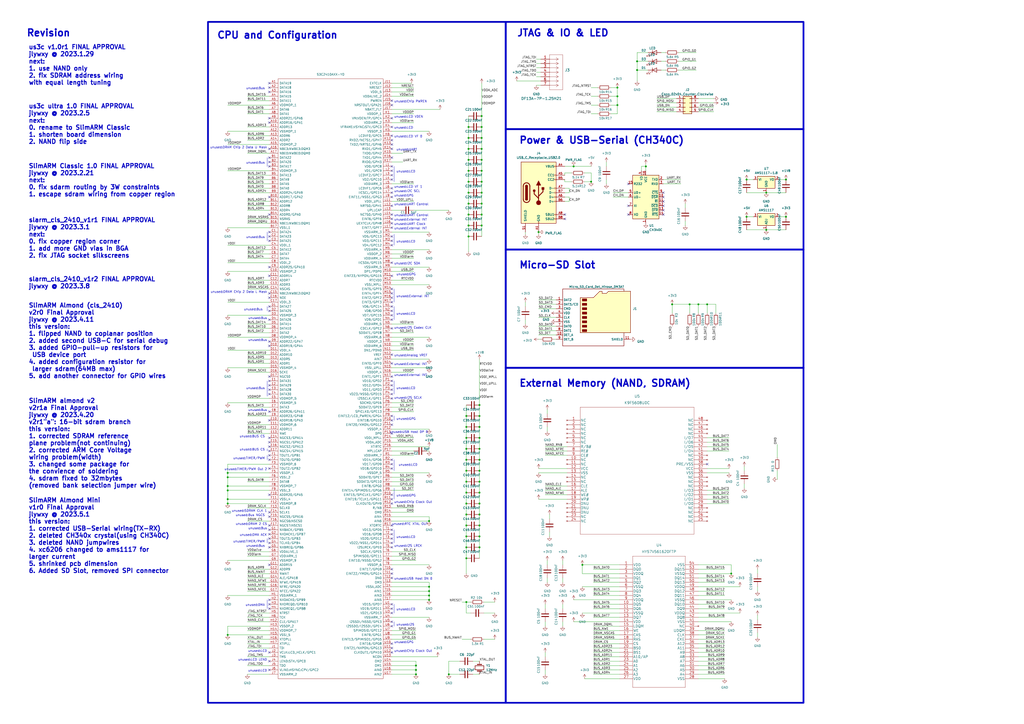
<source format=kicad_sch>
(kicad_sch (version 20230121) (generator eeschema)
  (paper "A2")
  (junction (at 278.13 279.4))
  (junction (at 455.93 104.14))
  (junction (at 433.07 125.73))
  (junction (at 270.51 266.7))
  (junction (at 410.21 176.53))
  (junction (at 270.51 317.5))
  (junction (at 279.4 124.46))
  (junction (at 279.4 67.31))
  (junction (at 260.35 391.16))
  (junction (at 279.4 73.66))
  (junction (at 455.93 125.73))
  (junction (at 271.78 80.01))
  (junction (at 248.92 342.9))
  (junction (at 278.13 260.35))
  (junction (at 132.08 368.3))
  (junction (at 270.51 260.35))
  (junction (at 270.51 241.3))
  (junction (at 444.5 111.76))
  (junction (at 342.9 105.41))
  (junction (at 279.4 99.06))
  (junction (at 358.14 60.96))
  (junction (at 278.13 311.15))
  (junction (at 369.57 35.56))
  (junction (at 271.78 73.66))
  (junction (at 278.13 273.05))
  (junction (at 279.4 80.01))
  (junction (at 132.08 284.48))
  (junction (at 279.4 130.81))
  (junction (at 400.05 176.53))
  (junction (at 405.13 176.53))
  (junction (at 132.08 289.56))
  (junction (at 271.78 118.11))
  (junction (at 271.78 86.36))
  (junction (at 270.51 247.65))
  (junction (at 270.51 323.85))
  (junction (at 132.08 292.1))
  (junction (at 271.78 99.06))
  (junction (at 312.42 134.62))
  (junction (at 278.13 234.95))
  (junction (at 270.51 298.45))
  (junction (at 279.4 86.36))
  (junction (at 278.13 317.5))
  (junction (at 278.13 285.75))
  (junction (at 369.57 40.64))
  (junction (at 248.92 347.98))
  (junction (at 433.07 104.14))
  (junction (at 358.14 55.88))
  (junction (at 278.13 266.7))
  (junction (at 132.08 274.32))
  (junction (at 270.51 273.05))
  (junction (at 279.4 92.71))
  (junction (at 332.74 96.52))
  (junction (at 270.51 254))
  (junction (at 278.13 247.65))
  (junction (at 271.78 111.76))
  (junction (at 270.51 285.75))
  (junction (at 248.92 345.44))
  (junction (at 279.4 118.11))
  (junction (at 132.08 276.86))
  (junction (at 271.78 137.16))
  (junction (at 241.3 391.16))
  (junction (at 270.51 279.4))
  (junction (at 279.4 111.76))
  (junction (at 278.13 292.1))
  (junction (at 241.3 388.62))
  (junction (at 270.51 304.8))
  (junction (at 248.92 340.36))
  (junction (at 271.78 92.71))
  (junction (at 424.18 332.74))
  (junction (at 132.08 281.94))
  (junction (at 278.13 254))
  (junction (at 444.5 133.35))
  (junction (at 270.51 292.1))
  (junction (at 358.14 50.8))
  (junction (at 271.78 124.46))
  (junction (at 278.13 241.3))
  (junction (at 374.65 96.52))
  (junction (at 337.82 327.66))
  (junction (at 270.51 311.15))
  (junction (at 389.89 176.53))
  (junction (at 278.13 304.8))
  (junction (at 241.3 386.08))
  (junction (at 278.13 298.45))
  (junction (at 270.51 349.25))
  (junction (at 271.78 130.81))
  (junction (at 248.92 302.26))
  (junction (at 271.78 105.41))
  (junction (at 279.4 105.41))
  (no_connect (at 156.21 180.34))
  (no_connect (at 227.33 60.96))
  (no_connect (at 227.33 109.22))
  (no_connect (at 156.21 96.52))
  (no_connect (at 156.21 124.46))
  (no_connect (at 227.33 292.1))
  (no_connect (at 156.21 172.72))
  (no_connect (at 156.21 198.12))
  (no_connect (at 227.33 83.82))
  (no_connect (at 227.33 114.3))
  (no_connect (at 156.21 299.72))
  (no_connect (at 227.33 167.64))
  (no_connect (at 364.49 106.68))
  (no_connect (at 227.33 58.42))
  (no_connect (at 156.21 287.02))
  (no_connect (at 156.21 93.98))
  (no_connect (at 227.33 243.84))
  (no_connect (at 227.33 170.18))
  (no_connect (at 227.33 289.56))
  (no_connect (at 227.33 251.46))
  (no_connect (at 227.33 119.38))
  (no_connect (at 156.21 312.42))
  (no_connect (at 156.21 353.06))
  (no_connect (at 327.66 127))
  (no_connect (at 227.33 111.76))
  (no_connect (at 156.21 91.44))
  (no_connect (at 227.33 124.46))
  (no_connect (at 227.33 246.38))
  (no_connect (at 156.21 254))
  (no_connect (at 227.33 91.44))
  (no_connect (at 156.21 388.62))
  (no_connect (at 227.33 127))
  (no_connect (at 156.21 228.6))
  (no_connect (at 156.21 53.34))
  (no_connect (at 156.21 220.98))
  (no_connect (at 156.21 139.7))
  (no_connect (at 384.81 114.3))
  (no_connect (at 156.21 177.8))
  (no_connect (at 227.33 375.92))
  (no_connect (at 227.33 378.46))
  (no_connect (at 156.21 185.42))
  (no_connect (at 156.21 266.7))
  (no_connect (at 327.66 124.46))
  (no_connect (at 227.33 172.72))
  (no_connect (at 156.21 218.44))
  (no_connect (at 227.33 160.02))
  (no_connect (at 227.33 373.38))
  (no_connect (at 227.33 241.3))
  (no_connect (at 156.21 170.18))
  (no_connect (at 227.33 231.14))
  (no_connect (at 227.33 363.22))
  (no_connect (at 156.21 317.5))
  (no_connect (at 156.21 307.34))
  (no_connect (at 227.33 190.5))
  (no_connect (at 156.21 223.52))
  (no_connect (at 156.21 259.08))
  (no_connect (at 227.33 218.44))
  (no_connect (at 227.33 152.4))
  (no_connect (at 364.49 119.38))
  (no_connect (at 156.21 71.12))
  (no_connect (at 156.21 68.58))
  (no_connect (at 384.81 116.84))
  (no_connect (at 156.21 383.54))
  (no_connect (at 156.21 347.98))
  (no_connect (at 384.81 124.46))
  (no_connect (at 384.81 111.76))
  (no_connect (at 156.21 314.96))
  (no_connect (at 227.33 304.8))
  (no_connect (at 227.33 317.5))
  (no_connect (at 156.21 114.3))
  (no_connect (at 156.21 327.66))
  (no_connect (at 156.21 134.62))
  (no_connect (at 410.21 269.24))
  (no_connect (at 227.33 68.58))
  (no_connect (at 156.21 137.16))
  (no_connect (at 227.33 210.82))
  (no_connect (at 227.33 78.74))
  (no_connect (at 156.21 378.46))
  (no_connect (at 227.33 271.78))
  (no_connect (at 227.33 269.24))
  (no_connect (at 227.33 266.7))
  (no_connect (at 227.33 353.06))
  (no_connect (at 227.33 350.52))
  (no_connect (at 227.33 355.6))
  (no_connect (at 227.33 307.34))
  (no_connect (at 227.33 312.42))
  (no_connect (at 227.33 309.88))
  (no_connect (at 227.33 314.96))
  (no_connect (at 227.33 228.6))
  (no_connect (at 227.33 226.06))
  (no_connect (at 227.33 220.98))
  (no_connect (at 227.33 223.52))
  (no_connect (at 227.33 73.66))
  (no_connect (at 227.33 185.42))
  (no_connect (at 227.33 182.88))
  (no_connect (at 227.33 180.34))
  (no_connect (at 227.33 142.24))
  (no_connect (at 227.33 139.7))
  (no_connect (at 227.33 137.16))
  (no_connect (at 227.33 177.8))
  (no_connect (at 227.33 175.26))
  (no_connect (at 227.33 101.6))
  (no_connect (at 227.33 99.06))
  (no_connect (at 227.33 96.52))
  (no_connect (at 227.33 104.14))
  (no_connect (at 156.21 243.84))
  (no_connect (at 156.21 304.8))
  (no_connect (at 156.21 309.88))
  (no_connect (at 156.21 261.62))
  (no_connect (at 156.21 200.66))
  (no_connect (at 227.33 360.68))
  (no_connect (at 227.33 132.08))
  (no_connect (at 156.21 226.06))
  (no_connect (at 227.33 129.54))
  (no_connect (at 156.21 86.36))
  (no_connect (at 156.21 48.26))
  (no_connect (at 156.21 50.8))
  (no_connect (at 156.21 350.52))
  (no_connect (at 227.33 86.36))
  (no_connect (at 227.33 332.74))
  (no_connect (at 227.33 335.28))
  (no_connect (at 156.21 271.78))
  (no_connect (at 156.21 154.94))
  (no_connect (at 364.49 124.46))
  (no_connect (at 156.21 264.16))
  (no_connect (at 156.21 256.54))
  (no_connect (at 156.21 297.18))
  (no_connect (at 156.21 238.76))
  (no_connect (at 384.81 119.38))
  (no_connect (at 227.33 287.02))
  (no_connect (at 227.33 205.74))
  (no_connect (at 227.33 330.2))
  (no_connect (at 227.33 81.28))
  (no_connect (at 384.81 121.92))
  (no_connect (at 156.21 160.02))
  (wire (pts (xy 227.33 193.04) (xy 240.03 193.04)))
  (wire (pts (xy 143.51 279.4) (xy 156.21 279.4)))
  (wire (pts (xy 431.8 270.51) (xy 431.8 273.05)))
  (wire (pts (xy 313.69 196.85) (xy 312.42 196.85)))
  (wire (pts (xy 132.08 213.36) (xy 156.21 213.36)))
  (wire (pts (xy 227.33 381) (xy 254 381)))
  (wire (pts (xy 143.51 109.22) (xy 156.21 109.22)))
  (wire (pts (xy 381 59.69) (xy 392.43 59.69)))
  (wire (pts (xy 270.51 273.05) (xy 270.51 279.4)))
  (wire (pts (xy 354.33 50.8) (xy 358.14 50.8)))
  (wire (pts (xy 143.51 63.5) (xy 156.21 63.5)))
  (wire (pts (xy 384.81 104.14) (xy 394.97 104.14)))
  (wire (pts (xy 132.08 83.82) (xy 156.21 83.82)))
  (wire (pts (xy 381 62.23) (xy 392.43 62.23)))
  (wire (pts (xy 312.42 274.32) (xy 328.93 274.32)))
  (wire (pts (xy 342.9 50.8) (xy 346.71 50.8)))
  (wire (pts (xy 233.68 93.98) (xy 227.33 93.98)))
  (wire (pts (xy 227.33 76.2) (xy 248.92 76.2)))
  (wire (pts (xy 227.33 154.94) (xy 248.92 154.94)))
  (wire (pts (xy 344.17 337.82) (xy 359.41 337.82)))
  (wire (pts (xy 372.11 96.52) (xy 374.65 96.52)))
  (wire (pts (xy 271.78 137.16) (xy 271.78 146.05)))
  (wire (pts (xy 132.08 99.06) (xy 156.21 99.06)))
  (wire (pts (xy 400.05 176.53) (xy 405.13 176.53)))
  (wire (pts (xy 143.51 205.74) (xy 156.21 205.74)))
  (wire (pts (xy 143.51 320.04) (xy 156.21 320.04)))
  (wire (pts (xy 311.15 34.29) (xy 313.69 34.29)))
  (wire (pts (xy 227.33 342.9) (xy 248.92 342.9)))
  (wire (pts (xy 433.07 133.35) (xy 444.5 133.35)))
  (wire (pts (xy 410.21 254) (xy 422.91 254)))
  (wire (pts (xy 227.33 274.32) (xy 248.92 274.32)))
  (wire (pts (xy 342.9 100.33) (xy 342.9 105.41)))
  (wire (pts (xy 278.13 292.1) (xy 278.13 298.45)))
  (wire (pts (xy 279.4 67.31) (xy 279.4 73.66)))
  (polyline (pts (xy 228.6 307.34) (xy 228.6 314.96)))
  (wire (pts (xy 439.42 330.2) (xy 439.42 332.74)))
  (wire (pts (xy 369.57 40.64) (xy 375.92 40.64)))
  (wire (pts (xy 143.51 162.56) (xy 156.21 162.56)))
  (wire (pts (xy 405.13 365.76) (xy 420.37 365.76)))
  (wire (pts (xy 241.3 388.62) (xy 241.3 391.16)))
  (wire (pts (xy 270.51 298.45) (xy 270.51 304.8)))
  (wire (pts (xy 311.15 49.53) (xy 313.69 49.53)))
  (wire (pts (xy 312.42 289.56) (xy 328.93 289.56)))
  (wire (pts (xy 317.5 247.65) (xy 317.5 250.19)))
  (wire (pts (xy 143.51 375.92) (xy 156.21 375.92)))
  (wire (pts (xy 344.17 358.14) (xy 359.41 358.14)))
  (wire (pts (xy 433.07 104.14) (xy 436.88 104.14)))
  (wire (pts (xy 369.57 30.48) (xy 369.57 35.56)))
  (wire (pts (xy 344.17 381) (xy 359.41 381)))
  (wire (pts (xy 227.33 200.66) (xy 240.03 200.66)))
  (wire (pts (xy 410.21 176.53) (xy 410.21 181.61)))
  (wire (pts (xy 279.4 73.66) (xy 279.4 80.01)))
  (wire (pts (xy 270.51 311.15) (xy 270.51 317.5)))
  (wire (pts (xy 337.82 340.36) (xy 359.41 340.36)))
  (wire (pts (xy 227.33 386.08) (xy 241.3 386.08)))
  (wire (pts (xy 279.4 92.71) (xy 279.4 99.06)))
  (wire (pts (xy 132.08 203.2) (xy 156.21 203.2)))
  (wire (pts (xy 227.33 213.36) (xy 248.92 213.36)))
  (wire (pts (xy 311.15 36.83) (xy 313.69 36.83)))
  (wire (pts (xy 279.4 86.36) (xy 279.4 92.71)))
  (wire (pts (xy 304.8 175.26) (xy 304.8 177.8)))
  (wire (pts (xy 143.51 337.82) (xy 156.21 337.82)))
  (wire (pts (xy 405.13 335.28) (xy 420.37 335.28)))
  (wire (pts (xy 143.51 342.9) (xy 156.21 342.9)))
  (wire (pts (xy 132.08 289.56) (xy 132.08 292.1)))
  (wire (pts (xy 410.21 259.08) (xy 422.91 259.08)))
  (wire (pts (xy 410.21 289.56) (xy 422.91 289.56)))
  (wire (pts (xy 327.66 116.84) (xy 330.2 116.84)))
  (wire (pts (xy 227.33 254) (xy 240.03 254)))
  (wire (pts (xy 227.33 325.12) (xy 241.3 325.12)))
  (wire (pts (xy 410.21 271.78) (xy 422.91 271.78)))
  (wire (pts (xy 311.15 41.91) (xy 313.69 41.91)))
  (wire (pts (xy 143.51 210.82) (xy 156.21 210.82)))
  (wire (pts (xy 444.5 111.76) (xy 455.93 111.76)))
  (wire (pts (xy 227.33 187.96) (xy 240.03 187.96)))
  (wire (pts (xy 227.33 215.9) (xy 240.03 215.9)))
  (wire (pts (xy 444.5 133.35) (xy 455.93 133.35)))
  (wire (pts (xy 227.33 358.14) (xy 248.92 358.14)))
  (wire (pts (xy 143.51 241.3) (xy 156.21 241.3)))
  (wire (pts (xy 227.33 281.94) (xy 240.03 281.94)))
  (wire (pts (xy 143.51 193.04) (xy 156.21 193.04)))
  (wire (pts (xy 312.42 189.23) (xy 322.58 189.23)))
  (wire (pts (xy 143.51 365.76) (xy 156.21 365.76)))
  (wire (pts (xy 132.08 368.3) (xy 132.08 363.22)))
  (wire (pts (xy 424.18 327.66) (xy 424.18 332.74)))
  (wire (pts (xy 132.08 345.44) (xy 156.21 345.44)))
  (wire (pts (xy 327.66 109.22) (xy 330.2 109.22)))
  (wire (pts (xy 227.33 383.54) (xy 241.3 383.54)))
  (wire (pts (xy 270.51 266.7) (xy 270.51 273.05)))
  (wire (pts (xy 318.77 298.45) (xy 318.77 300.99)))
  (wire (pts (xy 316.23 378.46) (xy 316.23 381)))
  (wire (pts (xy 316.23 259.08) (xy 328.93 259.08)))
  (wire (pts (xy 132.08 276.86) (xy 132.08 274.32)))
  (wire (pts (xy 327.66 105.41) (xy 331.47 105.41)))
  (wire (pts (xy 132.08 284.48) (xy 156.21 284.48)))
  (wire (pts (xy 439.42 356.87) (xy 439.42 359.41)))
  (wire (pts (xy 227.33 144.78) (xy 248.92 144.78)))
  (wire (pts (xy 384.81 106.68) (xy 394.97 106.68)))
  (wire (pts (xy 383.54 40.64) (xy 386.08 40.64)))
  (wire (pts (xy 405.13 350.52) (xy 420.37 350.52)))
  (wire (pts (xy 278.13 279.4) (xy 278.13 285.75)))
  (wire (pts (xy 132.08 175.26) (xy 156.21 175.26)))
  (polyline (pts (xy 228.6 177.8) (xy 228.6 185.42)))
  (wire (pts (xy 132.08 195.58) (xy 156.21 195.58)))
  (wire (pts (xy 227.33 53.34) (xy 240.03 53.34)))
  (wire (pts (xy 132.08 284.48) (xy 132.08 281.94)))
  (wire (pts (xy 279.4 48.26) (xy 279.4 67.31)))
  (wire (pts (xy 326.39 360.68) (xy 326.39 363.22)))
  (polyline (pts (xy 228.6 96.52) (xy 228.6 105.41)))
  (wire (pts (xy 374.65 96.52) (xy 374.65 99.06)))
  (wire (pts (xy 389.89 176.53) (xy 400.05 176.53)))
  (wire (pts (xy 132.08 269.24) (xy 156.21 269.24)))
  (wire (pts (xy 452.12 104.14) (xy 455.93 104.14)))
  (wire (pts (xy 287.02 349.25) (xy 280.67 349.25)))
  (wire (pts (xy 270.51 355.6) (xy 270.51 349.25)))
  (wire (pts (xy 405.13 391.16) (xy 420.37 391.16)))
  (wire (pts (xy 330.2 114.3) (xy 330.2 116.84)))
  (wire (pts (xy 227.33 248.92) (xy 248.92 248.92)))
  (wire (pts (xy 389.89 181.61) (xy 389.89 176.53)))
  (wire (pts (xy 227.33 327.66) (xy 248.92 327.66)))
  (wire (pts (xy 316.23 281.94) (xy 328.93 281.94)))
  (wire (pts (xy 271.78 111.76) (xy 271.78 118.11)))
  (wire (pts (xy 227.33 261.62) (xy 240.03 261.62)))
  (wire (pts (xy 143.51 360.68) (xy 156.21 360.68)))
  (wire (pts (xy 143.51 119.38) (xy 156.21 119.38)))
  (wire (pts (xy 317.5 237.49) (xy 317.5 240.03)))
  (wire (pts (xy 227.33 71.12) (xy 240.03 71.12)))
  (polyline (pts (xy 154.94 220.98) (xy 154.94 229.87)))
  (wire (pts (xy 143.51 167.64) (xy 156.21 167.64)))
  (wire (pts (xy 270.51 292.1) (xy 270.51 298.45)))
  (wire (pts (xy 227.33 106.68) (xy 240.03 106.68)))
  (wire (pts (xy 143.51 129.54) (xy 156.21 129.54)))
  (polyline (pts (xy 228.6 167.64) (xy 228.6 175.26)))
  (wire (pts (xy 316.23 388.62) (xy 316.23 391.16)))
  (wire (pts (xy 355.6 114.3) (xy 364.49 114.3)))
  (wire (pts (xy 143.51 332.74) (xy 156.21 332.74)))
  (wire (pts (xy 143.51 78.74) (xy 156.21 78.74)))
  (wire (pts (xy 143.51 215.9) (xy 156.21 215.9)))
  (polyline (pts (xy 154.94 260.35) (xy 154.94 261.62)))
  (wire (pts (xy 318.77 308.61) (xy 318.77 311.15)))
  (wire (pts (xy 227.33 370.84) (xy 241.3 370.84)))
  (wire (pts (xy 317.5 325.12) (xy 317.5 327.66)))
  (wire (pts (xy 405.13 386.08) (xy 420.37 386.08)))
  (polyline (pts (xy 228.6 266.7) (xy 228.6 273.05)))
  (wire (pts (xy 143.51 116.84) (xy 156.21 116.84)))
  (wire (pts (xy 227.33 147.32) (xy 240.03 147.32)))
  (wire (pts (xy 327.66 111.76) (xy 330.2 111.76)))
  (wire (pts (xy 132.08 276.86) (xy 156.21 276.86)))
  (wire (pts (xy 414.02 59.69) (xy 405.13 59.69)))
  (wire (pts (xy 342.9 60.96) (xy 346.71 60.96)))
  (wire (pts (xy 383.54 30.48) (xy 386.08 30.48)))
  (wire (pts (xy 270.51 260.35) (xy 270.51 266.7)))
  (wire (pts (xy 227.33 322.58) (xy 241.3 322.58)))
  (polyline (pts (xy 154.94 264.16) (xy 154.94 266.7)))
  (wire (pts (xy 271.78 92.71) (xy 271.78 99.06)))
  (wire (pts (xy 270.51 349.25) (xy 267.97 349.25)))
  (wire (pts (xy 143.51 127) (xy 156.21 127)))
  (wire (pts (xy 278.13 234.95) (xy 278.13 241.3)))
  (wire (pts (xy 143.51 121.92) (xy 156.21 121.92)))
  (polyline (pts (xy 154.94 134.62) (xy 154.94 139.7)))
  (wire (pts (xy 405.13 176.53) (xy 410.21 176.53)))
  (wire (pts (xy 278.13 208.28) (xy 278.13 234.95)))
  (wire (pts (xy 227.33 165.1) (xy 248.92 165.1)))
  (wire (pts (xy 327.66 100.33) (xy 331.47 100.33)))
  (wire (pts (xy 342.9 66.04) (xy 346.71 66.04)))
  (wire (pts (xy 132.08 281.94) (xy 156.21 281.94)))
  (wire (pts (xy 344.17 353.06) (xy 359.41 353.06)))
  (wire (pts (xy 143.51 81.28) (xy 156.21 81.28)))
  (wire (pts (xy 227.33 337.82) (xy 248.92 337.82)))
  (wire (pts (xy 227.33 279.4) (xy 240.03 279.4)))
  (wire (pts (xy 132.08 152.4) (xy 156.21 152.4)))
  (wire (pts (xy 260.35 391.16) (xy 260.35 383.54)))
  (wire (pts (xy 414.02 62.23) (xy 405.13 62.23)))
  (wire (pts (xy 439.42 340.36) (xy 439.42 342.9)))
  (wire (pts (xy 143.51 391.16) (xy 156.21 391.16)))
  (wire (pts (xy 405.13 64.77) (xy 414.02 64.77)))
  (wire (pts (xy 344.17 378.46) (xy 359.41 378.46)))
  (wire (pts (xy 299.72 46.99) (xy 313.69 46.99)))
  (polyline (pts (xy 228.6 220.98) (xy 228.6 228.6)))
  (wire (pts (xy 227.33 121.92) (xy 232.41 121.92)))
  (wire (pts (xy 344.17 330.2) (xy 359.41 330.2)))
  (polyline (pts (xy 228.6 350.52) (xy 228.6 355.6)))
  (wire (pts (xy 132.08 368.3) (xy 156.21 368.3)))
  (wire (pts (xy 405.13 360.68) (xy 424.18 360.68)))
  (wire (pts (xy 132.08 274.32) (xy 156.21 274.32)))
  (wire (pts (xy 433.07 125.73) (xy 436.88 125.73)))
  (wire (pts (xy 278.13 311.15) (xy 278.13 317.5)))
  (wire (pts (xy 304.8 185.42) (xy 304.8 187.96)))
  (wire (pts (xy 143.51 144.78) (xy 156.21 144.78)))
  (polyline (pts (xy 228.6 241.3) (xy 228.6 243.84)))
  (wire (pts (xy 227.33 55.88) (xy 240.03 55.88)))
  (wire (pts (xy 240.03 121.92) (xy 260.35 121.92)))
  (wire (pts (xy 143.51 322.58) (xy 156.21 322.58)))
  (wire (pts (xy 227.33 238.76) (xy 240.03 238.76)))
  (wire (pts (xy 405.13 388.62) (xy 420.37 388.62)))
  (wire (pts (xy 405.13 327.66) (xy 424.18 327.66)))
  (wire (pts (xy 339.09 105.41) (xy 342.9 105.41)))
  (wire (pts (xy 369.57 30.48) (xy 375.92 30.48)))
  (wire (pts (xy 354.33 60.96) (xy 358.14 60.96)))
  (wire (pts (xy 381 57.15) (xy 392.43 57.15)))
  (wire (pts (xy 410.21 274.32) (xy 422.91 274.32)))
  (wire (pts (xy 358.14 66.04) (xy 358.14 60.96)))
  (wire (pts (xy 143.51 386.08) (xy 156.21 386.08)))
  (wire (pts (xy 143.51 190.5) (xy 156.21 190.5)))
  (wire (pts (xy 344.17 335.28) (xy 359.41 335.28)))
  (wire (pts (xy 143.51 302.26) (xy 156.21 302.26)))
  (wire (pts (xy 312.42 135.89) (xy 312.42 134.62)))
  (wire (pts (xy 227.33 195.58) (xy 248.92 195.58)))
  (wire (pts (xy 143.51 246.38) (xy 156.21 246.38)))
  (wire (pts (xy 342.9 55.88) (xy 346.71 55.88)))
  (wire (pts (xy 312.42 179.07) (xy 322.58 179.07)))
  (wire (pts (xy 143.51 147.32) (xy 156.21 147.32)))
  (wire (pts (xy 369.57 35.56) (xy 369.57 40.64)))
  (polyline (pts (xy 228.6 283.21) (xy 228.6 289.56)))
  (wire (pts (xy 339.09 100.33) (xy 342.9 100.33)))
  (wire (pts (xy 450.85 273.05) (xy 450.85 278.13)))
  (wire (pts (xy 143.51 165.1) (xy 156.21 165.1)))
  (wire (pts (xy 316.23 287.02) (xy 328.93 287.02)))
  (wire (pts (xy 405.13 381) (xy 420.37 381)))
  (wire (pts (xy 321.31 196.85) (xy 322.58 196.85)))
  (wire (pts (xy 227.33 368.3) (xy 241.3 368.3)))
  (wire (pts (xy 227.33 116.84) (xy 240.03 116.84)))
  (wire (pts (xy 410.21 292.1) (xy 422.91 292.1)))
  (wire (pts (xy 143.51 187.96) (xy 156.21 187.96)))
  (wire (pts (xy 278.13 260.35) (xy 278.13 266.7)))
  (wire (pts (xy 374.65 95.25) (xy 374.65 96.52)))
  (wire (pts (xy 240.03 50.8) (xy 227.33 50.8)))
  (wire (pts (xy 132.08 325.12) (xy 156.21 325.12)))
  (wire (pts (xy 410.21 256.54) (xy 422.91 256.54)))
  (wire (pts (xy 227.33 297.18) (xy 240.03 297.18)))
  (polyline (pts (xy 154.94 177.8) (xy 154.94 180.34)))
  (wire (pts (xy 278.13 266.7) (xy 278.13 273.05)))
  (wire (pts (xy 143.51 111.76) (xy 156.21 111.76)))
  (wire (pts (xy 337.82 355.6) (xy 359.41 355.6)))
  (wire (pts (xy 405.13 383.54) (xy 420.37 383.54)))
  (wire (pts (xy 355.6 111.76) (xy 364.49 111.76)))
  (wire (pts (xy 405.13 345.44) (xy 420.37 345.44)))
  (wire (pts (xy 227.33 134.62) (xy 248.92 134.62)))
  (wire (pts (xy 156.21 292.1) (xy 132.08 292.1)))
  (wire (pts (xy 405.13 375.92) (xy 420.37 375.92)))
  (wire (pts (xy 312.42 176.53) (xy 322.58 176.53)))
  (wire (pts (xy 270.51 254) (xy 270.51 260.35)))
  (wire (pts (xy 227.33 256.54) (xy 240.03 256.54)))
  (wire (pts (xy 278.13 317.5) (xy 278.13 323.85)))
  (wire (pts (xy 344.17 388.62) (xy 359.41 388.62)))
  (wire (pts (xy 227.33 208.28) (xy 248.92 208.28)))
  (wire (pts (xy 405.13 358.14) (xy 420.37 358.14)))
  (wire (pts (xy 278.13 254) (xy 278.13 260.35)))
  (wire (pts (xy 143.51 355.6) (xy 156.21 355.6)))
  (polyline (pts (xy 154.94 347.98) (xy 154.94 353.06)))
  (wire (pts (xy 332.74 347.98) (xy 359.41 347.98)))
  (wire (pts (xy 317.5 335.28) (xy 317.5 337.82)))
  (wire (pts (xy 344.17 365.76) (xy 359.41 365.76)))
  (wire (pts (xy 410.21 287.02) (xy 422.91 287.02)))
  (wire (pts (xy 354.33 66.04) (xy 358.14 66.04)))
  (wire (pts (xy 279.4 130.81) (xy 279.4 137.16)))
  (wire (pts (xy 344.17 368.3) (xy 359.41 368.3)))
  (wire (pts (xy 405.13 330.2) (xy 420.37 330.2)))
  (wire (pts (xy 271.78 86.36) (xy 271.78 92.71)))
  (wire (pts (xy 327.66 101.6) (xy 327.66 100.33)))
  (wire (pts (xy 358.14 60.96) (xy 358.14 55.88)))
  (wire (pts (xy 227.33 149.86) (xy 240.03 149.86)))
  (wire (pts (xy 393.7 40.64) (xy 403.86 40.64)))
  (wire (pts (xy 271.78 80.01) (xy 271.78 86.36)))
  (wire (pts (xy 431.8 280.67) (xy 431.8 283.21)))
  (wire (pts (xy 248.92 345.44) (xy 248.92 347.98)))
  (wire (pts (xy 132.08 157.48) (xy 156.21 157.48)))
  (wire (pts (xy 143.51 294.64) (xy 156.21 294.64)))
  (wire (pts (xy 450.85 257.81) (xy 450.85 265.43)))
  (wire (pts (xy 143.51 55.88) (xy 156.21 55.88)))
  (wire (pts (xy 227.33 259.08) (xy 248.92 259.08)))
  (wire (pts (xy 132.08 289.56) (xy 132.08 284.48)))
  (wire (pts (xy 143.51 373.38) (xy 156.21 373.38)))
  (wire (pts (xy 278.13 273.05) (xy 278.13 279.4)))
  (wire (pts (xy 227.33 365.76) (xy 241.3 365.76)))
  (wire (pts (xy 227.33 284.48) (xy 240.03 284.48)))
  (wire (pts (xy 143.51 73.66) (xy 156.21 73.66)))
  (wire (pts (xy 344.17 375.92) (xy 359.41 375.92)))
  (wire (pts (xy 132.08 281.94) (xy 132.08 276.86)))
  (wire (pts (xy 326.39 335.28) (xy 326.39 337.82)))
  (wire (pts (xy 383.54 35.56) (xy 386.08 35.56)))
  (wire (pts (xy 312.42 184.15) (xy 322.58 184.15)))
  (wire (pts (xy 393.7 35.56) (xy 403.86 35.56)))
  (wire (pts (xy 132.08 60.96) (xy 156.21 60.96)))
  (wire (pts (xy 351.79 93.98) (xy 351.79 96.52)))
  (wire (pts (xy 143.51 106.68) (xy 156.21 106.68)))
  (wire (pts (xy 143.51 104.14) (xy 156.21 104.14)))
  (wire (pts (xy 316.23 264.16) (xy 328.93 264.16)))
  (wire (pts (xy 278.13 241.3) (xy 278.13 247.65)))
  (wire (pts (xy 405.13 368.3) (xy 420.37 368.3)))
  (wire (pts (xy 248.92 342.9) (xy 248.92 345.44)))
  (wire (pts (xy 326.39 350.52) (xy 326.39 353.06)))
  (wire (pts (xy 330.2 109.22) (xy 330.2 111.76)))
  (wire (pts (xy 267.97 370.84) (xy 273.05 370.84)))
  (wire (pts (xy 233.68 88.9) (xy 227.33 88.9)))
  (wire (pts (xy 279.4 105.41) (xy 279.4 111.76)))
  (wire (pts (xy 405.13 332.74) (xy 424.18 332.74)))
  (wire (pts (xy 271.78 124.46) (xy 271.78 130.81)))
  (wire (pts (xy 316.23 360.68) (xy 316.23 363.22)))
  (wire (pts (xy 247.65 261.62) (xy 248.92 261.62)))
  (wire (pts (xy 279.4 111.76) (xy 279.4 118.11)))
  (wire (pts (xy 452.12 125.73) (xy 455.93 125.73)))
  (wire (pts (xy 344.17 373.38) (xy 359.41 373.38)))
  (wire (pts (xy 143.51 340.36) (xy 156.21 340.36)))
  (wire (pts (xy 344.17 391.16) (xy 359.41 391.16)))
  (wire (pts (xy 312.42 173.99) (xy 322.58 173.99)))
  (wire (pts (xy 227.33 347.98) (xy 248.92 347.98)))
  (wire (pts (xy 132.08 182.88) (xy 156.21 182.88)))
  (wire (pts (xy 439.42 367.03) (xy 439.42 369.57)))
  (wire (pts (xy 227.33 388.62) (xy 241.3 388.62)))
  (wire (pts (xy 227.33 233.68) (xy 240.03 233.68)))
  (wire (pts (xy 227.33 264.16) (xy 240.03 264.16)))
  (wire (pts (xy 280.67 370.84) (xy 287.02 370.84)))
  (wire (pts (xy 271.78 105.41) (xy 271.78 111.76)))
  (wire (pts (xy 273.05 349.25) (xy 270.51 349.25)))
  (wire (pts (xy 260.35 391.16) (xy 266.7 391.16)))
  (wire (pts (xy 132.08 233.68) (xy 156.21 233.68)))
  (wire (pts (xy 143.51 88.9) (xy 156.21 88.9)))
  (polyline (pts (xy 228.6 360.68) (xy 228.6 363.22)))
  (wire (pts (xy 369.57 35.56) (xy 375.92 35.56)))
  (wire (pts (xy 405.13 373.38) (xy 420.37 373.38)))
  (wire (pts (xy 337.82 327.66) (xy 359.41 327.66)))
  (wire (pts (xy 410.21 176.53) (xy 415.29 176.53)))
  (wire (pts (xy 143.51 370.84) (xy 156.21 370.84)))
  (wire (pts (xy 227.33 203.2) (xy 240.03 203.2)))
  (wire (pts (xy 279.4 118.11) (xy 279.4 124.46)))
  (wire (pts (xy 405.13 393.7) (xy 420.37 393.7)))
  (wire (pts (xy 271.78 73.66) (xy 271.78 80.01)))
  (wire (pts (xy 316.23 261.62) (xy 328.93 261.62)))
  (wire (pts (xy 274.32 383.54) (xy 278.13 383.54)))
  (wire (pts (xy 344.17 370.84) (xy 359.41 370.84)))
  (wire (pts (xy 312.42 271.78) (xy 328.93 271.78)))
  (wire (pts (xy 278.13 304.8) (xy 278.13 311.15)))
  (wire (pts (xy 260.35 383.54) (xy 266.7 383.54)))
  (wire (pts (xy 278.13 298.45) (xy 278.13 304.8)))
  (wire (pts (xy 227.33 198.12) (xy 240.03 198.12)))
  (wire (pts (xy 316.23 284.48) (xy 328.93 284.48)))
  (wire (pts (xy 271.78 67.31) (xy 271.78 73.66)))
  (wire (pts (xy 270.51 247.65) (xy 270.51 254)))
  (wire (pts (xy 248.92 299.72) (xy 248.92 302.26)))
  (wire (pts (xy 405.13 355.6) (xy 429.26 355.6)))
  (wire (pts (xy 344.17 386.08) (xy 359.41 386.08)))
  (wire (pts (xy 227.33 48.26) (xy 238.76 48.26)))
  (wire (pts (xy 415.29 176.53) (xy 415.29 181.61)))
  (wire (pts (xy 410.21 261.62) (xy 422.91 261.62)))
  (wire (pts (xy 241.3 383.54) (xy 241.3 386.08)))
  (wire (pts (xy 227.33 391.16) (xy 241.3 391.16)))
  (wire (pts (xy 327.66 114.3) (xy 330.2 114.3)))
  (wire (pts (xy 393.7 30.48) (xy 403.86 30.48)))
  (wire (pts (xy 397.51 118.11) (xy 397.51 120.65)))
  (wire (pts (xy 372.11 99.06) (xy 372.11 96.52)))
  (wire (pts (xy 227.33 345.44) (xy 248.92 345.44)))
  (wire (pts (xy 227.33 162.56) (xy 240.03 162.56)))
  (wire (pts (xy 132.08 363.22) (xy 156.21 363.22)))
  (wire (pts (xy 410.21 284.48) (xy 422.91 284.48)))
  (wire (pts (xy 132.08 289.56) (xy 156.21 289.56)))
  (wire (pts (xy 271.78 99.06) (xy 271.78 105.41)))
  (wire (pts (xy 227.33 302.26) (xy 248.92 302.26)))
  (polyline (pts (xy 228.6 135.89) (xy 228.6 142.24)))
  (wire (pts (xy 143.51 358.14) (xy 156.21 358.14)))
  (wire (pts (xy 143.51 231.14) (xy 156.21 231.14)))
  (wire (pts (xy 132.08 142.24) (xy 156.21 142.24)))
  (wire (pts (xy 227.33 63.5) (xy 255.27 63.5)))
  (wire (pts (xy 312.42 191.77) (xy 322.58 191.77)))
  (polyline (pts (xy 154.94 312.42) (xy 154.94 314.96)))
  (wire (pts (xy 273.05 355.6) (xy 270.51 355.6)))
  (wire (pts (xy 405.13 378.46) (xy 420.37 378.46)))
  (wire (pts (xy 227.33 157.48) (xy 240.03 157.48)))
  (wire (pts (xy 327.66 104.14) (xy 327.66 105.41)))
  (wire (pts (xy 270.51 323.85) (xy 270.51 332.74)))
  (wire (pts (xy 227.33 320.04) (xy 241.3 320.04)))
  (wire (pts (xy 311.15 39.37) (xy 313.69 39.37)))
  (wire (pts (xy 143.51 149.86) (xy 156.21 149.86)))
  (wire (pts (xy 278.13 247.65) (xy 278.13 254)))
  (wire (pts (xy 278.13 285.75) (xy 278.13 292.1)))
  (wire (pts (xy 143.51 236.22) (xy 156.21 236.22)))
  (wire (pts (xy 400.05 176.53) (xy 400.05 181.61)))
  (wire (pts (xy 405.13 342.9) (xy 420.37 342.9)))
  (wire (pts (xy 143.51 208.28) (xy 156.21 208.28)))
  (wire (pts (xy 344.17 363.22) (xy 359.41 363.22)))
  (wire (pts (xy 381 64.77) (xy 392.43 64.77)))
  (wire (pts (xy 359.41 332.74) (xy 337.82 332.74)))
  (wire (pts (xy 270.51 285.75) (xy 270.51 292.1)))
  (wire (pts (xy 132.08 132.08) (xy 156.21 132.08)))
  (wire (pts (xy 279.4 124.46) (xy 279.4 130.81)))
  (wire (pts (xy 143.51 330.2) (xy 156.21 330.2)))
  (wire (pts (xy 279.4 80.01) (xy 279.4 86.36)))
  (wire (pts (xy 405.13 370.84) (xy 420.37 370.84)))
  (wire (pts (xy 405.13 340.36) (xy 429.26 340.36)))
  (wire (pts (xy 344.17 383.54) (xy 359.41 383.54)))
  (wire (pts (xy 143.51 251.46) (xy 156.21 251.46)))
  (wire (pts (xy 405.13 176.53) (xy 405.13 181.61)))
  (wire (pts (xy 270.51 234.95) (xy 270.51 241.3)))
  (wire (pts (xy 248.92 340.36) (xy 248.92 342.9)))
  (wire (pts (xy 227.33 276.86) (xy 240.03 276.86)))
  (wire (pts (xy 143.51 58.42) (xy 156.21 58.42)))
  (wire (pts (xy 271.78 118.11) (xy 271.78 124.46)))
  (wire (pts (xy 405.13 347.98) (xy 424.18 347.98)))
  (wire (pts (xy 414.02 57.15) (xy 405.13 57.15)))
  (wire (pts (xy 327.66 96.52) (xy 332.74 96.52)))
  (wire (pts (xy 433.07 111.76) (xy 444.5 111.76)))
  (wire (pts (xy 143.51 381) (xy 156.21 381)))
  (wire (pts (xy 227.33 299.72) (xy 248.92 299.72)))
  (wire (pts (xy 270.51 304.8) (xy 270.51 311.15)))
  (wire (pts (xy 304.8 135.89) (xy 304.8 134.62)))
  (wire (pts (xy 344.17 350.52) (xy 359.41 350.52)))
  (wire (pts (xy 248.92 337.82) (xy 248.92 340.36)))
  (wire (pts (xy 369.57 40.64) (xy 369.57 46.99)))
  (wire (pts (xy 316.23 350.52) (xy 316.23 353.06)))
  (wire (pts (xy 143.51 248.92) (xy 156.21 248.92)))
  (wire (pts (xy 312.42 194.31) (xy 322.58 194.31)))
  (wire (pts (xy 339.09 393.7) (xy 359.41 393.7)))
  (wire (pts (xy 270.51 241.3) (xy 270.51 247.65)))
  (wire (pts (xy 271.78 130.81) (xy 271.78 137.16)))
  (wire (pts (xy 344.17 345.44) (xy 359.41 345.44)))
  (wire (pts (xy 132.08 274.32) (xy 132.08 269.24)))
  (wire (pts (xy 227.33 340.36) (xy 248.92 340.36)))
  (wire (pts (xy 332.74 360.68) (xy 359.41 360.68)))
  (wire (pts (xy 227.33 236.22) (xy 240.03 236.22)))
  (wire (pts (xy 143.51 335.28) (xy 156.21 335.28)))
  (wire (pts (xy 270.51 279.4) (xy 270.51 285.75)))
  (polyline (pts (xy 154.94 91.44) (xy 154.94 96.52)))
  (wire (pts (xy 132.08 76.2) (xy 156.21 76.2)))
  (wire (pts (xy 332.74 96.52) (xy 342.9 96.52)))
  (wire (pts (xy 270.51 317.5) (xy 270.51 323.85)))
  (wire (pts (xy 397.51 128.27) (xy 397.51 130.81)))
  (wire (pts (xy 344.17 342.9) (xy 359.41 342.9)))
  (wire (pts (xy 143.51 101.6) (xy 156.21 101.6)))
  (wire (pts (xy 337.82 332.74) (xy 337.82 327.66)))
  (wire (pts (xy 227.33 66.04) (xy 240.03 66.04)))
  (wire (pts (xy 354.33 55.88) (xy 358.14 55.88)))
  (wire (pts (xy 326.39 325.12) (xy 326.39 327.66)))
  (wire (pts (xy 279.4 99.06) (xy 279.4 105.41)))
  (wire (pts (xy 405.13 337.82) (xy 420.37 337.82)))
  (wire (pts (xy 241.3 386.08) (xy 241.3 388.62)))
  (wire (pts (xy 274.32 391.16) (xy 278.13 391.16)))
  (wire (pts (xy 311.15 44.45) (xy 313.69 44.45)))
  (wire (pts (xy 287.02 355.6) (xy 280.67 355.6)))
  (wire (pts (xy 405.13 353.06) (xy 420.37 353.06)))
  (wire (pts (xy 358.14 55.88) (xy 358.14 50.8)))
  (wire (pts (xy 143.51 66.04) (xy 156.21 66.04)))
  (wire (pts (xy 227.33 294.64) (xy 240.03 294.64)))
  (wire (pts (xy 351.79 104.14) (xy 351.79 106.68)))
  (rectangle (start 120.65 12.7) (end 293.37 407.67) (stroke (width 1)))
  (rectangle (start 293.37 213.36) (end 466.09 407.67) (stroke (width 1)))
  (rectangle (start 293.37 12.7) (end 466.09 74.93) (stroke (width 1)))
  (rectangle (start 293.37 74.93) (end 466.09 144.78) (stroke (width 1)))
  (rectangle (start 293.37 144.78) (end 466.09 213.36) (stroke (width 1)))
  (text "unused:DRAM Chip 2 Data U Mask" (at 154.94 86.36 0) (effects (font (size 1.27 1.27)) (justify right bottom)))
  (text "unused:DRAM Chip 2 Data L Mask" (at 154.94 170.18 0) (effects (font (size 1.27 1.27)) (justify right bottom)))
  (text "unused:Bus" (at 154.94 238.76 0) (effects (font (size 1.27 1.27)) (justify right bottom)))
  (text "unused:TIMER/PWM Out 2" (at 154.94 273.05 0) (effects (font (size 1.27 1.27)) (justify right bottom)))
  (text "unused:I2S LRCK" (at 228.6 317.5 0) (effects (font (size 1.27 1.27)) (justify left bottom)))
  (text "unused:LCD" (at 229.87 140.97 0) (effects (font (size 1.27 1.27)) (justify left bottom)))
  (text "unused:UART" (at 229.87 87.63 0) (effects (font (size 1.27 1.27)) (justify left bottom)))
  (text "slarm_cls_2410_v1r2 FINAL APPROVAL\njlywxy @ 2023.3.8" (at 16.51 167.64 0) (effects (font (size 2.54 2.54) (thickness 0.508) bold) (justify left bottom)))
  (text "unused:LCD" (at 229.87 354.33 0) (effects (font (size 1.27 1.27)) (justify left bottom)))
  (text "unused:Bus" (at 154.94 185.42 0) (effects (font (size 1.27 1.27)) (justify right bottom)))
  (text "next:\n0. fix copper region corner\n1. add more GND vias in BGA\n2. fix JTAG socket silkscreens" (at 16.51 149.86 0) (effects (font (size 2.54 2.54) (thickness 0.508) bold) (justify left bottom)))
  (text "Revision" (at 15.24 21.59 0) (effects (font (size 4 4) (thickness 0.8) bold) (justify left bottom)))
  (text "unused:Bus" (at 152.4 180.34 0) (effects (font (size 1.27 1.27)) (justify right bottom)))
  (text "unused:LCD" (at 229.87 312.42 0) (effects (font (size 1.27 1.27)) (justify left bottom)))
  (text "unused:UART Control" (at 228.6 119.38 0) (effects (font (size 1.27 1.27)) (justify left bottom)))
  (text "SlimARM Almond (cls_2410) \nv2r0 Final Approval\njlywxy @ 2023.4.11\nthis version:\n1. flipped NAND to coplanar position\n2. added second USB-C for serial debug\n3. added GPIO-pull-up resistors for\n USB device port\n4. added configuration resistor for\n larger sdram(64MB max)\n5. add another connector for GPIO wires" (at 16.51 219.71 0) (effects (font (size 2.54 2.54) (thickness 0.508) bold) (justify left bottom)))
  (text "Power & USB-Serial (CH340C)" (at 300.99 83.82 0) (effects (font (size 4 4) (thickness 0.8) bold) (justify left bottom)))
  (text "SlimARM almond v2\nv2r1a Final Approval\njlywxy @ 2023.4.20\nv2r1\"a\": 16-bit sdram branch\nthis version:\n1. corrected SDRAM reference \nplane problem(not continuing)\n2. corrected ARM Core Voltage \nwiring problem(width)\n3. changed some package for \nthe convience of soldering\n4. sdram fixed to 32mbytes\n(removed bank selection jumper wire)" (at 16.51 283.21 0) (effects (font (size 2.54 2.54) (thickness 0.508) bold) (justify left bottom)))
  (text "unused:Bus" (at 154.94 198.12 0) (effects (font (size 1.27 1.27)) (justify right bottom)))
  (text "unused:External INT" (at 228.6 133.35 0) (effects (font (size 1.27 1.27)) (justify left bottom)))
  (text "unused:DRAM 2 CS" (at 154.94 304.8 0) (effects (font (size 1.27 1.27)) (justify right bottom)))
  (text "unused:GPG" (at 229.87 160.02 0) (effects (font (size 1.27 1.27)) (justify left bottom)))
  (text "slarm_cls_2410_v1r1 FINAL APPROVAL\njlywxy @ 2023.3.1" (at 16.51 133.35 0) (effects (font (size 2.54 2.54) (thickness 0.508) bold) (justify left bottom)))
  (text "JTAG & IO & LED" (at 299.72 21.59 0) (effects (font (size 4 4) (thickness 0.8) bold) (justify left bottom)))
  (text "unused:RTC XTAL OUT\n" (at 227.33 304.8 0) (effects (font (size 1.27 1.27)) (justify left bottom)))
  (text "unused:LCD" (at 154.94 378.46 0) (effects (font (size 1.27 1.27)) (justify right bottom)))
  (text "unused:GPG" (at 229.87 288.29 0) (effects (font (size 1.27 1.27)) (justify left bottom)))
  (text "unused:LCD" (at 231.14 270.51 0) (effects (font (size 1.27 1.27)) (justify left bottom)))
  (text "unused:LCD VF 0" (at 228.6 80.01 0) (effects (font (size 1.27 1.27)) (justify left bottom)))
  (text "unused:Bus" (at 153.67 95.25 0) (effects (font (size 1.27 1.27)) (justify right bottom)))
  (text "Micro-SD Slot" (at 300.99 156.21 0) (effects (font (size 4 4) (thickness 0.8) bold) (justify left bottom)))
  (text "unused:I2S" (at 229.87 363.22 0) (effects (font (size 1.27 1.27)) (justify left bottom)))
  (text "unused:Chip Clock Out\n" (at 228.6 292.1 0) (effects (font (size 1.27 1.27)) (justify left bottom)))
  (text "External Memory (NAND, SDRAM)" (at 300.99 224.79 0) (effects (font (size 4 4) (thickness 0.8) bold) (justify left bottom)))
  (text "unused:External INT" (at 228.6 218.44 0) (effects (font (size 1.27 1.27)) (justify left bottom)))
  (text "unused:USB Host DN 0" (at 228.6 336.55 0) (effects (font (size 1.27 1.27)) (justify left bottom)))
  (text "unused:LCD LEND" (at 154.94 383.54 0) (effects (font (size 1.27 1.27)) (justify right bottom)))
  (text "unused:LCD VF 1" (at 228.6 109.22 0) (effects (font (size 1.27 1.27)) (justify left bottom)))
  (text "unused:LCD VDEN" (at 228.6 68.58 0) (effects (font (size 1.27 1.27)) (justify left bottom)))
  (text "unused:I2C SCL" (at 228.6 111.76 0) (effects (font (size 1.27 1.27)) (justify left bottom)))
  (text "unused:TIMER/PWM" (at 153.67 314.96 0) (effects (font (size 1.27 1.27)) (justify right bottom)))
  (text "unused:LCD" (at 154.94 389.89 0) (effects (font (size 1.27 1.27)) (justify right bottom)))
  (text "SlimARM Almond Mini\nv1r0 Final Approval\njlywxy @ 2023.5.1\nthis version:\n1. corrected USB-Serial wiring(TX-RX)\n2. deleted CH340x crystal(using CH340C)\n3. deleted NAND jumpwires\n4. xc6206 changed to ams1117 for\nlarger current\n5. shrinked pcb dimension\n6. Added SD Slot, removed SPI connector" (at 16.51 332.74 0) (effects (font (size 2.54 2.54) (thickness 0.508) bold) (justify left bottom)))
  (text "unused:LCD" (at 229.87 226.06 0) (effects (font (size 1.27 1.27)) (justify left bottom)))
  (text "unused:GPG" (at 228.6 114.3 0) (effects (font (size 1.27 1.27)) (justify left bottom)))
  (text "unused:GPG" (at 228.6 373.38 0) (effects (font (size 1.27 1.27)) (justify left bottom)))
  (text "unused:LCD" (at 229.87 100.33 0) (effects (font (size 1.27 1.27)) (justify left bottom)))
  (text "unused:LCD" (at 229.87 182.88 0) (effects (font (size 1.27 1.27)) (justify left bottom)))
  (text "unused:Bus" (at 153.67 226.06 0) (effects (font (size 1.27 1.27)) (justify right bottom)))
  (text "CPU and Configuration" (at 125.73 22.86 0) (effects (font (size 4 4) (thickness 0.8) bold) (justify left bottom)))
  (text "unused:Bus" (at 153.67 317.5 0) (effects (font (size 1.27 1.27)) (justify right bottom)))
  (text "unused:BUS CS" (at 153.67 254 0) (effects (font (size 1.27 1.27)) (justify right bottom)))
  (text "unused:UART Control" (at 228.6 125.73 0) (effects (font (size 1.27 1.27)) (justify left bottom)))
  (text "unused:TIMER/PWM" (at 153.67 266.7 0) (effects (font (size 1.27 1.27)) (justify right bottom)))
  (text "unused:Chip Clock Out" (at 228.6 378.46 0) (effects (font (size 1.27 1.27)) (justify left bottom)))
  (text "unused:Bus" (at 153.67 52.07 0) (effects (font (size 1.27 1.27)) (justify right bottom)))
  (text "unused:I2S Codec CLK\n\n" (at 228.6 193.04 0) (effects (font (size 1.27 1.27)) (justify left bottom)))
  (text "unused:USB Host DP 0" (at 226.06 251.46 0) (effects (font (size 1.27 1.27)) (justify left bottom)))
  (text "unused:DMA ACK\n" (at 154.94 311.15 0) (effects (font (size 1.27 1.27)) (justify right bottom)))
  (text "unused:Chip PWREN" (at 228.6 59.69 0) (effects (font (size 1.27 1.27)) (justify left bottom)))
  (text "unused:External INT" (at 229.87 172.72 0) (effects (font (size 1.27 1.27)) (justify left bottom)))
  (text "next:\n0. rename to SlimARM Classic\n1. shorten board dimension\n2. NAND flip side" (at 16.51 83.82 0) (effects (font (size 2.54 2.54) (thickness 0.508) bold) (justify left bottom)))
  (text "unused:Bus" (at 154.94 307.34 0) (effects (font (size 1.27 1.27)) (justify right bottom)))
  (text "unused:External INT" (at 228.6 128.27 0) (effects (font (size 1.27 1.27)) (justify left bottom)))
  (text "unused:Bus" (at 153.67 138.43 0) (effects (font (size 1.27 1.27)) (justify right bottom)))
  (text "us3c ultra 1.0 FINAL APPROVAL\njlywxy @ 2023.2.5" (at 16.51 67.31 0) (effects (font (size 2.54 2.54) (thickness 0.508) bold) (justify left bottom)))
  (text "unused:Bus NGCS" (at 153.67 299.72 0) (effects (font (size 1.27 1.27)) (justify right bottom)))
  (text "unused:I2S SCLK\n\n" (at 228.6 233.68 0) (effects (font (size 1.27 1.27)) (justify left bottom)))
  (text "unused:GPG" (at 229.87 243.84 0) (effects (font (size 1.27 1.27)) (justify left bottom)))
  (text "unused:SDRAM CLK 1" (at 154.94 297.18 0) (effects (font (size 1.27 1.27)) (justify right bottom)))
  (text "next:\n1. use NAND only\n2. fix SDRAM address wiring\nwith equal length tuning" (at 16.51 49.53 0) (effects (font (size 2.54 2.54) (thickness 0.508) bold) (justify left bottom)))
  (text "unused:BUS CS" (at 153.67 261.62 0) (effects (font (size 1.27 1.27)) (justify right bottom)))
  (text "unused:DMA" (at 153.67 351.79 0) (effects (font (size 1.27 1.27)) (justify right bottom)))
  (text "SlimARM Classic 1.0 FINAL APPROVAL\njlywxy @ 2023.2.21\nnext:\n0. fix sdarm routing by 3W constraints\n1. escape sdram wiring from copper region" (at 16.51 114.3 0) (effects (font (size 2.54 2.54) (thickness 0.508) bold) (justify left bottom)))
  (text "unused:I2C SDA\n" (at 228.6 153.67 0) (effects (font (size 1.27 1.27)) (justify left bottom)))
  (text "unused:LCD" (at 228.6 74.93 0) (effects (font (size 1.27 1.27)) (justify left bottom)))
  (text "unused:External INT" (at 228.6 212.09 0) (effects (font (size 1.27 1.27)) (justify left bottom)))
  (text "unused:UART Clock" (at 228.6 130.81 0) (effects (font (size 1.27 1.27)) (justify left bottom)))
  (text "unused:Analog VREF\n" (at 228.6 207.01 0) (effects (font (size 1.27 1.27)) (justify left bottom)))
  (text "us3c v1.0r1 FINAL APPROVAL\njlywxy @ 2023.1.29" (at 16.51 33.02 0) (effects (font (size 2.54 2.54) (thickness 0.508) bold) (justify left bottom)))
  (label "SD_DAT2" (at 410.21 189.23 270))
  (label "GPIO_G0" (at 403.86 30.48 180))
  (label "BUS_ADR6" (at 420.37 388.62 180))
  (label "DRAM_CS" (at 344.17 373.38 0))
  (label "VDDA_ADC" (at 240.03 256.54 180))
  (label "VDDiarm" (at 240.03 200.66 180))
  (label "BUS_DAT5" (at 344.17 350.52 0))
  (label "JTAG_TCK" (at 311.15 44.45 180))
  (label "BUS_ADR11" (at 344.17 381 0))
  (label "GPIO_G2" (at 241.3 325.12 180))
  (label "SD_CMD" (at 389.89 189.23 270))
  (label "BUS_ADR24" (at 143.51 111.76 0))
  (label "VDDi" (at 132.08 142.24 0))
  (label "BUS_ADR10" (at 143.51 205.74 0))
  (label "SD_DAT1" (at 405.13 189.23 270))
  (label "DRAM_NSRAS" (at 143.51 127 0))
  (label "SPI0_MISO" (at 381 64.77 0))
  (label "VDDalive" (at 143.51 320.04 0))
  (label "BUS_ADR11" (at 143.51 248.92 0))
  (label "VDDOP" (at 279.4 57.15 0))
  (label "VDDiarm" (at 143.51 322.58 0))
  (label "VDDMOP" (at 143.51 231.14 0))
  (label "VDDMOP" (at 132.08 195.58 0))
  (label "SD_CMD" (at 240.03 233.68 180))
  (label "XTAL_OUT" (at 278.13 383.54 0))
  (label "DRAM_SCLK" (at 143.51 294.64 0))
  (label "BUS_DAT15" (at 143.51 55.88 0))
  (label "BUS_ADR23" (at 344.17 375.92 0))
  (label "BUS_DAT6" (at 344.17 353.06 0))
  (label "BUS_DAT3" (at 143.51 236.22 0))
  (label "VDDMOP" (at 132.08 83.82 0))
  (label "VDDi" (at 132.08 203.2 0))
  (label "GPIO_G2" (at 403.86 40.64 180))
  (label "BUS_DAT7" (at 422.91 254 180))
  (label "BUS_ADR12" (at 143.51 116.84 0))
  (label "VDDi_UPLL" (at 240.03 116.84 180))
  (label "BUS_DAT5" (at 422.91 259.08 180))
  (label "BUS_DAT10" (at 420.37 350.52 180))
  (label "SD_DAT0" (at 312.42 189.23 0))
  (label "NAND_NFRE" (at 316.23 261.62 0))
  (label "CH_DP" (at 330.2 116.84 0))
  (label "BUS_DAT4" (at 422.91 261.62 180))
  (label "BUS_DAT3" (at 344.17 342.9 0))
  (label "BUS_ADR3" (at 344.17 388.62 0))
  (label "USB_DP" (at 240.03 157.48 180))
  (label "JTAG_NTRST" (at 342.9 50.8 180))
  (label "DRAM_CS" (at 143.51 302.26 0))
  (label "BUS_ADR8" (at 143.51 119.38 0))
  (label "SPI0_MOSI" (at 241.3 365.76 180))
  (label "BUS_DAT6" (at 143.51 63.5 0))
  (label "SD_DAT2" (at 312.42 173.99 0))
  (label "BUS_ADR1" (at 344.17 383.54 0))
  (label "BUS_DAT7" (at 143.51 147.32 0))
  (label "BUS_NWAIT" (at 143.51 332.74 0))
  (label "VDDOP" (at 240.03 198.12 180))
  (label "BUS_DAT0" (at 344.17 330.2 0))
  (label "BUS_DAT12" (at 143.51 144.78 0))
  (label "SD_DET" (at 240.03 284.48 180))
  (label "RTCVDD" (at 240.03 162.56 180))
  (label "JTAG_TCK" (at 143.51 358.14 0))
  (label "BUS_DAT0" (at 422.91 292.1 180))
  (label "VDDiarm" (at 240.03 71.12 180))
  (label "SPI0_MISO" (at 241.3 322.58 180))
  (label "BUS_DAT15" (at 420.37 330.2 180))
  (label "BUS_DAT1" (at 143.51 66.04 0))
  (label "NAND_CLE" (at 143.51 360.68 0))
  (label "DRAM_SCLK" (at 420.37 368.3 180))
  (label "NAND_ALE" (at 143.51 335.28 0))
  (label "GPIO_G1" (at 403.86 35.56 180))
  (label "DRAM_SCKE" (at 420.37 370.84 180))
  (label "VDDMOP" (at 132.08 99.06 0))
  (label "SD_DAT2" (at 240.03 236.22 180))
  (label "BUS_ADR7" (at 143.51 162.56 0))
  (label "NAND_NFWE" (at 316.23 287.02 0))
  (label "BUS_ADR5" (at 143.51 208.28 0))
  (label "BUS_ADR4" (at 344.17 391.16 0))
  (label "BUS_DAT13" (at 420.37 337.82 180))
  (label "SD_DAT3" (at 415.29 189.23 270))
  (label "BUS_DAT4" (at 344.17 345.44 0))
  (label "BUS_ADR4" (at 143.51 121.92 0))
  (label "JTAG_TMS" (at 143.51 381 0))
  (label "BUS_DAT14" (at 143.51 187.96 0))
  (label "VDDi" (at 132.08 152.4 0))
  (label "SPI0_CLK" (at 414.02 64.77 180))
  (label "JTAG_TMS" (at 311.15 36.83 180))
  (label "XTAL_OUT" (at 143.51 370.84 0))
  (label "BUS_ADR12" (at 420.37 375.92 180))
  (label "USB_DN" (at 240.03 203.2 180))
  (label "BUS_NWE" (at 344.17 365.76 0))
  (label "BUS_DAT12" (at 420.37 342.9 180))
  (label "JTAG_TCK" (at 342.9 55.88 180))
  (label "CH_DN" (at 355.6 114.3 0))
  (label "VDDMOP" (at 143.51 365.76 0))
  (label "BUS_DAT10" (at 143.51 190.5 0))
  (label "XTAL_IN" (at 278.13 391.16 0))
  (label "BUS_NWE" (at 143.51 251.46 0))
  (label "DRAM_DQMU" (at 143.51 129.54 0))
  (label "VDDiarm" (at 278.13 231.14 0))
  (label "VDDMOP" (at 143.51 246.38 0))
  (label "VDDi" (at 278.13 227.33 0))
  (label "SD_CMD" (at 312.42 179.07 0))
  (label "BUS_ADR7" (at 420.37 386.08 180))
  (label "SD_CLK" (at 312.42 184.15 0))
  (label "NAND_NFCE" (at 143.51 342.9 0))
  (label "GPIO_G5" (at 414.02 62.23 180))
  (label "BUS_DAT1" (at 422.91 289.56 180))
  (label "BUS_DAT7" (at 344.17 358.14 0))
  (label "JTAG_TDI" (at 342.9 66.04 180))
  (label "SD_CLK" (at 241.3 320.04 180))
  (label "JTAG_TDO" (at 311.15 41.91 180))
  (label "UART_TX" (at 233.68 88.9 0))
  (label "CH_DP" (at 355.6 111.76 0))
  (label "NAND_NFRE" (at 143.51 340.36 0))
  (label "VDDOP" (at 240.03 66.04 180))
  (label "BUS_ADR23" (at 143.51 241.3 0))
  (label "NAND_NFWE" (at 143.51 337.82 0))
  (label "BUS_DAT2" (at 344.17 337.82 0))
  (label "DRAM_DQML" (at 143.51 88.9 0))
  (label "GPIO_G1" (at 241.3 368.3 180))
  (label "NRESET" (at 267.97 349.25 180))
  (label "SPI0_CLK" (at 240.03 238.76 180))
  (label "BUS_DAT0" (at 143.51 109.22 0))
  (label "BUS_ADR2" (at 143.51 81.28 0))
  (label "NAND_CLE" (at 316.23 281.94 0))
  (label "BUS_ADR1" (at 143.51 210.82 0))
  (label "BUS_ADR9" (at 143.51 330.2 0))
  (label "BUS_ADR5" (at 420.37 391.16 180))
  (label "SD_DAT1" (at 312.42 191.77 0))
  (label "BUS_DAT13" (at 143.51 101.6 0))
  (label "BUS_ADR24" (at 344.17 378.46 0))
  (label "NAND_RNB" (at 240.03 294.64 180))
  (label "BUS_DAT14" (at 420.37 335.28 180))
  (label "SD_DET" (at 312.42 194.31 0))
  (label "JTAG_TDO" (at 143.51 386.08 0))
  (label "BUS_DAT3" (at 422.91 284.48 180))
  (label "SD_DAT3" (at 312.42 176.53 0))
  (label "NAND_ALE" (at 316.23 284.48 0))
  (label "OM0" (at 240.03 297.18 180))
  (label "BUS_DAT8" (at 420.37 358.14 180))
  (label "BUS_ADR13" (at 143.51 73.66 0))
  (label "DRAM_NSRAS" (at 344.17 370.84 0))
  (label "BUS_ADR13" (at 420.37 373.38 180))
  (label "BUS_DAT9" (at 420.37 353.06 180))
  (label "JTAG_NTRST" (at 311.15 39.37 180))
  (label "DRAM_DQMU" (at 420.37 365.76 180))
  (label "BUS_ADR3" (at 143.51 165.1 0))
  (label "JTAG_NTRST" (at 143.51 355.6 0))
  (label "VDDOP" (at 240.03 215.9 180))
  (label "SD_DAT1" (at 240.03 193.04 180))
  (label "BUS_ADR9" (at 420.37 381 180))
  (label "SD_DAT0" (at 240.03 276.86 180))
  (label "BUS_ADR10" (at 420.37 378.46 180))
  (label "BUS_DAT8" (at 143.51 279.4 0))
  (label "JTAG_TMS" (at 342.9 60.96 180))
  (label "DRAM_DQML" (at 344.17 363.22 0))
  (label "DRAM_SCKE" (at 143.51 215.9 0))
  (label "VDDiarm" (at 240.03 149.86 180))
  (label "VDDA_ADC" (at 279.4 53.34 0))
  (label "BUS_DAT11" (at 420.37 345.44 180))
  (label "BUS_DAT4" (at 143.51 149.86 0))
  (label "GPIO_G0" (at 240.03 281.94 180))
  (label "BUS_DAT5" (at 143.51 106.68 0))
  (label "VDDOP" (at 240.03 147.32 180))
  (label "VDDalive" (at 240.03 55.88 180))
  (label "USB_DN" (at 381 62.23 0))
  (label "VDDi" (at 240.03 53.34 180))
  (label "SD_DAT0" (at 400.05 189.23 270))
  (label "NAND_RNB" (at 316.23 259.08 0))
  (label "UART_RX" (at 233.68 93.98 0))
  (label "BUS_DAT11" (at 143.51 58.42 0))
  (label "VDDiarm" (at 240.03 187.96 180))
  (label "XTAL_IN" (at 143.51 373.38 0))
  (label "BUS_DAT9" (at 143.51 104.14 0))
  (label "JTAG_TDI" (at 143.51 375.92 0))
  (label "BUS_ADR2" (at 344.17 386.08 0))
  (label "VDDi_MPLL" (at 278.13 219.71 0))
  (label "DRAM_NSCAS" (at 344.17 368.3 0))
  (label "USB_DP" (at 381 57.15 0))
  (label "JTAG_TDI" (at 311.15 34.29 180))
  (label "BUS_DAT1" (at 344.17 335.28 0))
  (label "OM0" (at 450.85 257.81 90))
  (label "RTCVDD" (at 278.13 212.09 0))
  (label "VDDMOP" (at 132.08 60.96 0))
  (label "VDDi_UPLL" (at 278.13 223.52 0))
  (label "NAND_NFCE" (at 316.23 264.16 0))
  (label "NRESET" (at 240.03 50.8 180))
  (label "GPIO_G5" (at 241.3 370.84 180))
  (label "VDDalive" (at 278.13 215.9 0))
  (label "BUS_DAT2" (at 422.91 287.02 180))
  (label "BUS_DAT6" (at 422.91 256.54 180))
  (label "VDDiarm" (at 240.03 264.16 180))
  (label "UART_RX" (at 394.97 104.14 180))
  (label "VDDMOP" (at 279.4 60.96 0))
  (label "BUS_DAT2" (at 143.51 193.04 0))
  (label "SD_DAT3" (at 240.03 279.4 180))
  (label "BUS_ADR8" (at 420.37 383.54 180))
  (label "VDDi" (at 132.08 175.26 0))
  (label "BUS_ADR6" (at 143.51 78.74 0))
  (label "SPI0_MOSI" (at 381 59.69 0))
  (label "VDDi_MPLL" (at 240.03 254 180))
  (label "DRAM_NSCAS" (at 143.51 167.64 0))
  (label "BUS_NWAIT" (at 267.97 370.84 180))
  (label "UART_TX" (at 394.97 106.68 180))
  (label "VDDiarm" (at 240.03 106.68 180))
  (label "CH_DN" (at 330.2 111.76 0))
  (symbol (lib_id "power:GND") (at 337.82 340.36 0) (unit 1)
    (property "Reference" "#PWR078" (effects hide))
    (property "Value" "GND" (at 337.82 345.44 0))
  )
  (symbol (lib_id "power:+3V3") (at 299.72 46.99 0) (unit 1)
    (property "Reference" "#PWR036" (effects hide))
    (property "Value" "+3V3" (at 299.72 41.91 0))
  )
  (symbol (lib_id "power:GND") (at 248.92 302.26 0) (unit 1)
    (property "Reference" "#PWR028" (effects hide))
    (property "Value" "GND" (at 248.92 307.34 0))
  )
  (symbol (lib_id "power:GND") (at 143.51 391.16 0) (unit 1)
    (property "Reference" "#PWR011" (effects hide))
    (property "Value" "GND" (at 143.51 396.24 0))
  )
  (symbol (lib_id "Device:C") (at 274.32 298.45 90) (unit 1)
    (property "Reference" "C43" (at 270.51 294.64 90))
    (property "Value" "100nF" (at 275.59 294.64 90))
    (property "Footprint" "Library:0402" (effects hide))
  )
  (symbol (lib_id "power:GND") (at 326.39 337.82 0) (unit 1)
    (property "Reference" "#PWR072" (effects hide))
    (property "Value" "GND" (at 326.39 342.9 0))
  )
  (symbol (lib_id "Connector:Micro_SD_Card_Det_Hirose_DM3AT") (at 345.44 184.15 0) (unit 1)
    (property "Reference" "J1" (at 368.3 179.07 0))
    (property "Value" "Micro_SD_Card_Det_Hirose_DM3AT" (at 346.075 166.37 0))
    (property "Footprint" "Connector_Card:microSD_HC_Molex_104031-0811" (effects hide))
    (property "Datasheet" "https://www.hirose.com/product/en/download_file/key_name/DM3/category/Catalog/doc_file_id/49662/?file_category_id=4&item_id=195&is_series=1" (effects hide))
  )
  (symbol (lib_id "power:GND") (at 311.15 49.53 0) (unit 1)
    (property "Reference" "#PWR037" (effects hide))
    (property "Value" "GND" (at 311.15 54.61 0))
  )
  (symbol (lib_id "power:GND") (at 317.5 337.82 0) (unit 1)
    (property "Reference" "#PWR070" (effects hide))
    (property "Value" "GND" (at 317.5 342.9 0))
  )
  (symbol (lib_id "power:GND") (at 248.92 154.94 0) (unit 1)
    (property "Reference" "#PWR019" (effects hide))
    (property "Value" "GND" (at 248.92 160.02 0))
  )
  (symbol (lib_id "Connector:USB_C_Receptacle_USB2.0") (at 312.42 111.76 0) (unit 1)
    (property "Reference" "J4" (at 312.42 88.9 0))
    (property "Value" "USB_C_Receptacle_USB2.0" (at 312.42 91.44 0))
    (property "Footprint" "Connector_USB:USB_C_Receptacle_HRO_TYPE-C-31-M-12" (effects hide))
    (property "Datasheet" "https://www.usb.org/sites/default/files/documents/usb_type-c.zip" (effects hide))
  )
  (symbol (lib_id "Device:C") (at 274.32 254 90) (unit 1)
    (property "Reference" "C36" (at 270.51 250.19 90))
    (property "Value" "100nF" (at 275.59 250.19 90))
    (property "Footprint" "Library:0402" (effects hide))
  )
  (symbol (lib_id "Device:C") (at 270.51 391.16 90) (unit 1)
    (property "Reference" "C12" (at 267.97 388.62 90))
    (property "Value" "22pF" (at 273.05 388.62 90))
    (property "Footprint" "Library:0402" (effects hide))
  )
  (symbol (lib_id "Device:R") (at 405.13 185.42 0) (unit 1)
    (property "Reference" "R9" (at 407.67 182.88 90))
    (property "Value" "100k" (at 407.67 186.69 90))
    (property "Footprint" "Library:0402" (effects hide))
  )
  (symbol (lib_id "Device:C") (at 317.5 331.47 180) (unit 1)
    (property "Reference" "C18" (at 313.69 335.28 90))
    (property "Value" "100nF" (at 313.69 330.2 90))
    (property "Footprint" "Library:0402" (effects hide))
  )
  (symbol (lib_id "power:GND") (at 450.85 278.13 270) (unit 1)
    (property "Reference" "#PWR068" (effects hide))
    (property "Value" "GND" (at 445.77 278.13 0))
  )
  (symbol (lib_id "Device:C") (at 455.93 107.95 180) (unit 1)
    (property "Reference" "C49" (at 452.12 110.49 90))
    (property "Value" "100nF" (at 452.12 105.41 90))
    (property "Footprint" "Library:0402" (effects hide))
  )
  (symbol (lib_id "power:GND") (at 271.78 146.05 0) (unit 1)
    (property "Reference" "#PWR0106" (effects hide))
    (property "Value" "GND" (at 274.32 147.3199 0) (effects (justify left)))
  )
  (symbol (lib_id "Device:C") (at 274.32 260.35 90) (unit 1)
    (property "Reference" "C37" (at 270.51 256.54 90))
    (property "Value" "100nF" (at 275.59 256.54 90))
    (property "Footprint" "Library:0402" (effects hide))
  )
  (symbol (lib_id "power:GND") (at 397.51 130.81 0) (unit 1)
    (property "Reference" "#PWR090" (effects hide))
    (property "Value" "GND" (at 397.51 135.89 0))
  )
  (symbol (lib_id "power:GND") (at 316.23 391.16 0) (unit 1)
    (property "Reference" "#PWR082" (effects hide))
    (property "Value" "GND" (at 316.23 396.24 0))
  )
  (symbol (lib_id "power:GND") (at 132.08 325.12 0) (unit 1)
    (property "Reference" "#PWR08" (effects hide))
    (property "Value" "GND" (at 132.08 330.2 0))
  )
  (symbol (lib_id "Device:C") (at 274.32 266.7 90) (unit 1)
    (property "Reference" "C38" (at 270.51 262.89 90))
    (property "Value" "100nF" (at 275.59 262.89 90))
    (property "Footprint" "Library:0402" (effects hide))
  )
  (symbol (lib_id "power:GND") (at 326.39 363.22 0) (unit 1)
    (property "Reference" "#PWR074" (effects hide))
    (property "Value" "GND" (at 326.39 368.3 0))
  )
  (symbol (lib_id "power:+3V3") (at 287.02 349.25 0) (unit 1)
    (property "Reference" "#PWR035" (effects hide))
    (property "Value" "+3V3" (at 284.48 344.17 0) (effects (justify left)))
  )
  (symbol (lib_id "Device:C") (at 274.32 285.75 90) (unit 1)
    (property "Reference" "C41" (at 270.51 281.94 90))
    (property "Value" "100nF" (at 275.59 281.94 90))
    (property "Footprint" "Library:0402" (effects hide))
  )
  (symbol (lib_id "Device:R") (at 389.89 185.42 0) (unit 1)
    (property "Reference" "R3" (at 392.43 182.88 90))
    (property "Value" "10k" (at 392.43 186.69 90))
    (property "Footprint" "Library:0402" (effects hide))
  )
  (symbol (lib_id "Device:R") (at 317.5 196.85 270) (unit 1)
    (property "Reference" "R20" (at 320.04 199.39 90))
    (property "Value" "10k" (at 316.23 199.39 90))
    (property "Footprint" "Library:0402" (effects hide))
  )
  (symbol (lib_id "power:GND") (at 260.35 391.16 0) (unit 1)
    (property "Reference" "#PWR066" (effects hide))
    (property "Value" "GND" (at 260.35 396.24 0))
  )
  (symbol (lib_id "Device:R") (at 389.89 30.48 270) (unit 1)
    (property "Reference" "R5" (at 392.43 33.02 90))
    (property "Value" "5.6k" (at 388.62 33.02 90))
    (property "Footprint" "Resistor_SMD:R_0603_1608Metric_Pad0.98x0.95mm_HandSolder" (effects hide))
  )
  (symbol (lib_id "power:+3V3") (at 414.02 59.69 270) (unit 1)
    (property "Reference" "#PWR057" (effects hide))
    (property "Value" "+3V3" (at 417.83 60.325 90) (effects (justify left)))
  )
  (symbol (lib_id "power:GND") (at 351.79 106.68 0) (unit 1)
    (property "Reference" "#PWR041" (effects hide))
    (property "Value" "GND" (at 351.79 111.76 0))
  )
  (symbol (lib_id "Device:R") (at 450.85 269.24 180) (unit 1)
    (property "Reference" "R13" (at 448.31 271.78 90))
    (property "Value" "0" (at 448.31 267.97 90))
    (property "Footprint" "Resistor_SMD:R_0603_1608Metric_Pad0.98x0.95mm_HandSolder" (effects hide))
  )
  (symbol (lib_id "power:GND") (at 424.18 332.74 0) (unit 1)
    (property "Reference" "#PWR094" (effects hide))
    (property "Value" "GND" (at 424.18 337.82 0))
  )
  (symbol (lib_id "power:GND") (at 132.08 132.08 0) (unit 1)
    (property "Reference" "#PWR02" (effects hide))
    (property "Value" "GND" (at 132.08 137.16 0))
  )
  (symbol (lib_id "Device:C") (at 275.59 130.81 90) (unit 1)
    (property "Reference" "C31" (at 271.78 127 90))
    (property "Value" "100nF" (at 276.86 127 90))
    (property "Footprint" "Library:0402" (effects hide))
  )
  (symbol (lib_id "power:GND") (at 318.77 311.15 0) (unit 1)
    (property "Reference" "#PWR093" (effects hide))
    (property "Value" "GND" (at 318.77 316.23 0))
  )
  (symbol (lib_id "Device:C") (at 439.42 336.55 180) (unit 1)
    (property "Reference" "C19" (at 435.61 340.36 90))
    (property "Value" "100nF" (at 435.61 335.28 90))
    (property "Footprint" "Library:0402" (effects hide))
  )
  (symbol (lib_id "power:+3V3") (at 316.23 378.46 0) (unit 1)
    (property "Reference" "#PWR081" (effects hide))
    (property "Value" "+3V3" (at 316.23 373.38 0))
  )
  (symbol (lib_id "power:GND") (at 374.65 129.54 0) (unit 1)
    (property "Reference" "#PWR088" (effects hide))
    (property "Value" "GND" (at 374.65 134.62 0))
  )
  (symbol (lib_id "Device:C") (at 317.5 243.84 180) (unit 1)
    (property "Reference" "C3" (at 313.69 247.65 90))
    (property "Value" "100nF" (at 313.69 242.57 90))
    (property "Footprint" "Library:0402" (effects hide))
  )
  (symbol (lib_id "Interface_USB:CH340G") (at 374.65 114.3 0) (unit 1)
    (property "Reference" "U1" (at 376.6059 130.81 0) (effects (justify left)))
    (property "Value" "CH340C" (at 376.6059 133.35 0) (effects (justify left)))
    (property "Footprint" "Package_SO:SOIC-16_3.9x9.9mm_P1.27mm" (effects hide))
    (property "Datasheet" "http://www.datasheet5.com/pdf-local-2195953" (effects hide))
  )
  (symbol (lib_id "Device:C") (at 276.86 355.6 90) (unit 1)
    (property "Reference" "C51" (at 273.05 351.79 90))
    (property "Value" "100nF" (at 278.13 351.79 90))
    (property "Footprint" "Library:0402" (effects hide))
  )
  (symbol (lib_id "Device:C") (at 243.84 261.62 90) (unit 1)
    (property "Reference" "C2" (at 241.3 262.89 90))
    (property "Value" "5pF" (at 247.65 260.35 90))
    (property "Footprint" "Library:0402" (effects hide))
  )
  (symbol (lib_id "Device:R") (at 410.21 185.42 0) (unit 1)
    (property "Reference" "R10" (at 412.75 182.88 90))
    (property "Value" "100k" (at 412.75 186.69 90))
    (property "Footprint" "Library:0402" (effects hide))
  )
  (symbol (lib_id "power:GND") (at 132.08 182.88 0) (unit 1)
    (property "Reference" "#PWR04" (effects hide))
    (property "Value" "GND" (at 132.08 187.96 0))
  )
  (symbol (lib_id "Device:R") (at 276.86 370.84 270) (unit 1)
    (property "Reference" "R1" (at 279.4 373.38 90))
    (property "Value" "1.5k" (at 275.59 373.38 90))
    (property "Footprint" "Resistor_SMD:R_0603_1608Metric_Pad0.98x0.95mm_HandSolder" (effects hide))
  )
  (symbol (lib_id "Connector_Generic:Conn_02x04_Counter_Clockwise") (at 397.51 59.69 0) (unit 1)
    (property "Reference" "J2" (at 398.78 52.07 0))
    (property "Value" "Conn_02x04_Counter_Clockwise" (at 398.78 54.61 0))
    (property "Footprint" "Connector_PinSocket_1.00mm:PinSocket_2x04_P1.00mm_Vertical_SMD" (effects hide))
  )
  (symbol (lib_id "power:GND") (at 312.42 274.32 0) (unit 1)
    (property "Reference" "#PWR034" (effects hide))
    (property "Value" "GND" (at 312.42 279.4 0))
  )
  (symbol (lib_id "Device:C") (at 275.59 105.41 90) (unit 1)
    (property "Reference" "C27" (at 271.78 101.6 90))
    (property "Value" "100nF" (at 276.86 101.6 90))
    (property "Footprint" "Library:0402" (effects hide))
  )
  (symbol (lib_id "Device:C") (at 275.59 67.31 90) (unit 1)
    (property "Reference" "C21" (at 271.78 63.5 90))
    (property "Value" "100nF" (at 276.86 63.5 90))
    (property "Footprint" "Library:0402" (effects hide))
  )
  (symbol (lib_id "Device:C") (at 275.59 118.11 90) (unit 1)
    (property "Reference" "C29" (at 271.78 114.3 90))
    (property "Value" "100nF" (at 276.86 114.3 90))
    (property "Footprint" "Capacitor_SMD:C_0402_1005Metric_Pad0.74x0.62mm_HandSolder" (effects hide))
  )
  (symbol (lib_id "Device:C") (at 318.77 304.8 180) (unit 1)
    (property "Reference" "C11" (at 314.96 308.61 90))
    (property "Value" "100nF" (at 314.96 303.53 90))
    (property "Footprint" "Library:0402" (effects hide))
  )
  (symbol (lib_id "power:GND") (at 304.8 135.89 0) (unit 1)
    (property "Reference" "#PWR063" (effects hide))
    (property "Value" "GND" (at 304.8 140.97 0))
  )
  (symbol (lib_id "power:GND") (at 248.92 195.58 0) (unit 1)
    (property "Reference" "#PWR021" (effects hide))
    (property "Value" "GND" (at 248.92 200.66 0))
  )
  (symbol (lib_id "power:GND") (at 444.5 111.76 0) (unit 1)
    (property "Reference" "#PWR099" (effects hide))
    (property "Value" "GND" (at 444.5 116.84 0))
  )
  (symbol (lib_id "power:GND") (at 422.91 274.32 0) (unit 1)
    (property "Reference" "#PWR047" (effects hide))
    (property "Value" "GND" (at 422.91 279.4 0))
  )
  (symbol (lib_id "power:GND") (at 248.92 76.2 0) (unit 1)
    (property "Reference" "#PWR015" (effects hide))
    (property "Value" "GND" (at 248.92 81.28 0))
  )
  (symbol (lib_id "power:+3V3") (at 316.23 350.52 0) (unit 1)
    (property "Reference" "#PWR065" (effects hide))
    (property "Value" "+3V3" (at 316.23 345.44 0))
  )
  (symbol (lib_id "Device:LED") (at 379.73 40.64 0) (unit 1)
    (property "Reference" "D1" (at 373.38 39.37 0))
    (property "Value" "LED" (at 378.1425 36.83 0))
    (property "Footprint" "LED_SMD:LED_0603_1608Metric_Pad1.05x0.95mm_HandSolder" (effects hide))
  )
  (symbol (lib_id "power:GND") (at 260.35 121.92 0) (unit 1)
    (property "Reference" "#PWR016" (effects hide))
    (property "Value" "GND" (at 260.35 127 0))
  )
  (symbol (lib_id "power:GND") (at 132.08 157.48 0) (unit 1)
    (property "Reference" "#PWR03" (effects hide))
    (property "Value" "GND" (at 132.08 162.56 0))
  )
  (symbol (lib_id "power:+3V3") (at 339.09 393.7 0) (unit 1)
    (property "Reference" "#PWR080" (effects hide))
    (property "Value" "+3V3" (at 339.09 388.62 0))
  )
  (symbol (lib_id "power:GND") (at 248.92 213.36 0) (unit 1)
    (property "Reference" "#PWR023" (effects hide))
    (property "Value" "GND" (at 248.92 218.44 0))
  )
  (symbol (lib_id "power:+3V3") (at 312.42 196.85 90) (unit 1)
    (property "Reference" "#PWR056" (effects hide))
    (property "Value" "+3V3" (at 308.61 197.485 90) (effects (justify left)))
  )
  (symbol (lib_id "Device:C") (at 274.32 234.95 90) (unit 1)
    (property "Reference" "C33" (at 270.51 231.14 90))
    (property "Value" "100nF" (at 275.59 231.14 90))
    (property "Footprint" "Library:0402" (effects hide))
  )
  (symbol (lib_id "Device:C") (at 326.39 331.47 180) (unit 1)
    (property "Reference" "C13" (at 322.58 335.28 90))
    (property "Value" "100nF" (at 322.58 330.2 90))
    (property "Footprint" "Library:0402" (effects hide))
  )
  (symbol (lib_id "power:+3V3") (at 439.42 330.2 0) (unit 1)
    (property "Reference" "#PWR0101" (effects hide))
    (property "Value" "+3V3" (at 439.42 325.12 0))
  )
  (symbol (lib_id "power:+3V3") (at 422.91 271.78 0) (unit 1)
    (property "Reference" "#PWR046" (effects hide))
    (property "Value" "+3V3" (at 422.91 266.7 0))
  )
  (symbol (lib_id "Device:C") (at 316.23 356.87 180) (unit 1)
    (property "Reference" "C5" (at 312.42 360.68 90))
    (property "Value" "100nF" (at 312.42 355.6 90))
    (property "Footprint" "Library:0402" (effects hide))
  )
  (symbol (lib_id "power:+3V3") (at 429.26 340.36 0) (unit 1)
    (property "Reference" "#PWR097" (effects hide))
    (property "Value" "+3V3" (at 429.26 335.28 0))
  )
  (symbol (lib_id "Device:C") (at 274.32 241.3 90) (unit 1)
    (property "Reference" "C34" (at 270.51 237.49 90))
    (property "Value" "100nF" (at 275.59 237.49 90))
    (property "Footprint" "Library:0402" (effects hide))
  )
  (symbol (lib_id "power:+3V3") (at 317.5 237.49 0) (unit 1)
    (property "Reference" "#PWR043" (effects hide))
    (property "Value" "+3V3" (at 317.5 232.41 0))
  )
  (symbol (lib_id "Device:C") (at 274.32 311.15 90) (unit 1)
    (property "Reference" "C45" (at 270.51 307.34 90))
    (property "Value" "100nF" (at 275.59 307.34 90))
    (property "Footprint" "Library:0402" (effects hide))
  )
  (symbol (lib_id "Device:C") (at 274.32 323.85 90) (unit 1)
    (property "Reference" "C47" (at 270.51 320.04 90))
    (property "Value" "100nF" (at 275.59 320.04 90))
    (property "Footprint" "Library:0402" (effects hide))
  )
  (symbol (lib_id "power:GND") (at 132.08 292.1 0) (unit 1)
    (property "Reference" "#PWR07" (effects hide))
    (property "Value" "GND" (at 132.08 297.18 0))
  )
  (symbol (lib_id "Device:R") (at 415.29 185.42 0) (unit 1)
    (property "Reference" "R11" (at 417.83 182.88 90))
    (property "Value" "100k" (at 417.83 186.69 90))
    (property "Footprint" "Library:0402" (effects hide))
  )
  (symbol (lib_id "Device:C") (at 274.32 292.1 90) (unit 1)
    (property "Reference" "C42" (at 270.51 288.29 90))
    (property "Value" "100nF" (at 275.59 288.29 90))
    (property "Footprint" "Library:0402" (effects hide))
  )
  (symbol (lib_id "power:GND") (at 369.57 46.99 0) (unit 1)
    (property "Reference" "#PWR038" (effects hide))
    (property "Value" "GND" (at 369.57 52.07 0))
  )
  (symbol (lib_id "power:GND") (at 132.08 345.44 0) (unit 1)
    (property "Reference" "#PWR09" (effects hide))
    (property "Value" "GND" (at 132.08 350.52 0))
  )
  (symbol (lib_id "power:+3V3") (at 322.58 181.61 90) (unit 1)
    (property "Reference" "#PWR053" (effects hide))
    (property "Value" "+3V3" (at 318.77 180.34 90) (effects (justify left)))
  )
  (symbol (lib_id "power:+3V3") (at 397.51 118.11 0) (unit 1)
    (property "Reference" "#PWR089" (effects hide))
    (property "Value" "+3V3" (at 397.51 113.03 0))
  )
  (symbol (lib_id "power:+3V3") (at 332.74 347.98 0) (unit 1)
    (property "Reference" "#PWR075" (effects hide))
    (property "Value" "+3V3" (at 332.74 342.9 0))
  )
  (symbol (lib_id "power:GND") (at 342.9 105.41 0) (unit 1)
    (property "Reference" "#PWR086" (effects hide))
    (property "Value" "GND" (at 342.9 110.49 0))
  )
  (symbol (lib_id "power:+3V3") (at 304.8 175.26 0) (unit 1)
    (property "Reference" "#PWR050" (effects hide))
    (property "Value" "+3V3" (at 304.8 170.18 0))
  )
  (symbol (lib_id "power:+3V3") (at 326.39 325.12 0) (unit 1)
    (property "Reference" "#PWR071" (effects hide))
    (property "Value" "+3V3" (at 326.39 320.04 0))
  )
  (symbol (lib_id "power:GND") (at 424.18 347.98 0) (unit 1)
    (property "Reference" "#PWR095" (effects hide))
    (property "Value" "GND" (at 424.18 353.06 0))
  )
  (symbol (lib_id "power:+3V3") (at 431.8 270.51 0) (unit 1)
    (property "Reference" "#PWR048" (effects hide))
    (property "Value" "+3V3" (at 431.8 265.43 0))
  )
  (symbol (lib_id "power:GND") (at 287.02 355.6 0) (unit 1)
    (property "Reference" "#PWR0111" (effects hide))
    (property "Value" "GND" (at 287.02 360.68 0))
  )
  (symbol (lib_id "Device:R") (at 389.89 40.64 270) (unit 1)
    (property "Reference" "R4" (at 392.43 43.18 90))
    (property "Value" "5.6k" (at 388.62 43.18 90))
    (property "Footprint" "Resistor_SMD:R_0603_1608Metric_Pad0.98x0.95mm_HandSolder" (effects hide))
  )
  (symbol (lib_id "power:GND") (at 132.08 233.68 0) (unit 1)
    (property "Reference" "#PWR06" (effects hide))
    (property "Value" "GND" (at 132.08 238.76 0))
  )
  (symbol (lib_id "Device:C") (at 274.32 247.65 90) (unit 1)
    (property "Reference" "C35" (at 270.51 243.84 90))
    (property "Value" "100nF" (at 275.59 243.84 90))
    (property "Footprint" "Library:0402" (effects hide))
  )
  (symbol (lib_id "power:GND") (at 270.51 332.74 0) (unit 1)
    (property "Reference" "#PWR0107" (effects hide))
    (property "Value" "GND" (at 273.05 334.0099 0) (effects (justify left)))
  )
  (symbol (lib_id "Device:C") (at 275.59 124.46 90) (unit 1)
    (property "Reference" "C30" (at 271.78 120.65 90))
    (property "Value" "100nF" (at 276.86 120.65 90))
    (property "Footprint" "Library:0402" (effects hide))
  )
  (symbol (lib_id "power:+3V3") (at 358.14 50.8 0) (unit 1)
    (property "Reference" "#PWR059" (effects hide))
    (property "Value" "+3V3" (at 358.14 45.72 0))
  )
  (symbol (lib_id "Device:C") (at 274.32 279.4 90) (unit 1)
    (property "Reference" "C40" (at 270.51 275.59 90))
    (property "Value" "100nF" (at 275.59 275.59 90))
    (property "Footprint" "Library:0402" (effects hide))
  )
  (symbol (lib_id "jlywxy:K9F5608U0C") (at 328.93 243.84 0) (unit 1)
    (property "Reference" "U5" (at 369.57 229.87 0) (effects (font (size 1.524 1.524))))
    (property "Value" "K9F5608U0C" (at 369.57 233.68 0) (effects (font (size 1.524 1.524))))
    (property "Footprint" "jlywxy:M29W640FB70N6E" (effects hide))
  )
  (symbol (lib_id "Device:C") (at 275.59 92.71 90) (unit 1)
    (property "Reference" "C25" (at 271.78 88.9 90))
    (property "Value" "100nF" (at 276.86 88.9 90))
    (property "Footprint" "Library:0402" (effects hide))
  )
  (symbol (lib_id "Device:C") (at 431.8 276.86 180) (unit 1)
    (property "Reference" "C4" (at 427.99 280.67 90))
    (property "Value" "100nF" (at 427.99 275.59 90))
    (property "Footprint" "Library:0402" (effects hide))
  )
  (symbol (lib_id "power:GND") (at 241.3 391.16 0) (unit 1)
    (property "Reference" "#PWR013" (effects hide))
    (property "Value" "GND" (at 241.3 396.24 0))
  )
  (symbol (lib_id "Regulator_Linear:AMS1117-1.8") (at 444.5 104.14 0) (unit 1)
    (property "Reference" "U7" (at 444.5 97.79 0))
    (property "Value" "AMS1117-1.8" (at 444.5 100.33 0))
    (property "Footprint" "Package_TO_SOT_SMD:SOT-89-3" (effects hide))
    (property "Datasheet" "http://www.advanced-monolithic.com/pdf/ds1117.pdf" (effects hide))
  )
  (symbol (lib_id "power:+3V3") (at 326.39 350.52 0) (unit 1)
    (property "Reference" "#PWR073" (effects hide))
    (property "Value" "+3V3" (at 326.39 345.44 0))
  )
  (symbol (lib_id "power:+3V3") (at 389.89 176.53 0) (unit 1)
    (property "Reference" "#PWR058" (effects hide))
    (property "Value" "+3V3" (at 389.89 171.45 0))
  )
  (symbol (lib_id "power:GND") (at 132.08 213.36 0) (unit 1)
    (property "Reference" "#PWR05" (effects hide))
    (property "Value" "GND" (at 132.08 218.44 0))
  )
  (symbol (lib_id "Device:R") (at 350.52 60.96 270) (unit 1)
    (property "Reference" "R16" (at 353.06 63.5 90))
    (property "Value" "10k" (at 349.25 63.5 90))
    (property "Footprint" "Library:0402" (effects hide))
  )
  (symbol (lib_id "power:PWR_FLAG") (at 312.42 134.62 270) (unit 1)
    (property "Reference" "#FLG02" (effects hide))
    (property "Value" "PWR_FLAG" (at 316.23 135.255 90) (effects (justify left)))
  )
  (symbol (lib_id "Device:R") (at 335.28 100.33 270) (unit 1)
    (property "Reference" "R7" (at 337.82 102.87 90))
    (property "Value" "5.1k" (at 334.01 102.87 90))
    (property "Footprint" "Resistor_SMD:R_0603_1608Metric_Pad0.98x0.95mm_HandSolder" (effects hide))
  )
  (symbol (lib_id "power:+1V8") (at 278.13 208.28 0) (unit 1)
    (property "Reference" "#PWR0108" (effects hide))
    (property "Value" "+1V8" (at 278.13 204.47 0))
  )
  (symbol (lib_id "power:PWR_FLAG") (at 332.74 96.52 0) (unit 1)
    (property "Reference" "#FLG01" (effects hide))
    (property "Value" "PWR_FLAG" (at 332.74 92.71 0))
  )
  (symbol (lib_id "Device:C") (at 275.59 80.01 90) (unit 1)
    (property "Reference" "C23" (at 271.78 76.2 90))
    (property "Value" "100nF" (at 276.86 76.2 90))
    (property "Footprint" "Library:0402" (effects hide))
  )
  (symbol (lib_id "power:GND") (at 337.82 355.6 0) (unit 1)
    (property "Reference" "#PWR079" (effects hide))
    (property "Value" "GND" (at 337.82 360.68 0))
  )
  (symbol (lib_id "Regulator_Linear:AMS1117") (at 444.5 125.73 0) (unit 1)
    (property "Reference" "U6" (at 444.5 119.38 0))
    (property "Value" "AMS1117" (at 444.5 121.92 0))
    (property "Footprint" "Package_TO_SOT_SMD:SOT-89-3" (effects hide))
    (property "Datasheet" "http://www.advanced-monolithic.com/pdf/ds1117.pdf" (effects hide))
  )
  (symbol (lib_id "Device:C") (at 439.42 363.22 180) (unit 1)
    (property "Reference" "C20" (at 435.61 367.03 90))
    (property "Value" "100nF" (at 435.61 361.95 90))
    (property "Footprint" "Library:0402" (effects hide))
  )
  (symbol (lib_id "power:+5V") (at 342.9 96.52 0) (unit 1)
    (property "Reference" "#PWR085" (effects hide))
    (property "Value" "+5V" (at 342.9 91.44 0))
  )
  (symbol (lib_id "Device:LED") (at 379.73 35.56 0) (unit 1)
    (property "Reference" "D3" (at 373.38 34.29 0))
    (property "Value" "LED" (at 378.1425 31.75 0))
    (property "Footprint" "LED_SMD:LED_0603_1608Metric_Pad1.05x0.95mm_HandSolder" (effects hide))
  )
  (symbol (lib_id "Device:Crystal") (at 278.13 387.35 270) (unit 1)
    (property "Reference" "Y1" (at 281.94 386.0799 90) (effects (justify left)))
    (property "Value" "12MHz" (at 281.94 388.6199 90) (effects (justify left)))
    (property "Footprint" "Crystal:Crystal_SMD_5032-2Pin_5.0x3.2mm" (effects hide))
  )
  (symbol (lib_id "power:GND") (at 414.02 57.15 90) (unit 1)
    (property "Reference" "#PWR060" (effects hide))
    (property "Value" "GND" (at 417.83 57.785 90) (effects (justify right)))
  )
  (symbol (lib_id "Device:R") (at 400.05 185.42 0) (unit 1)
    (property "Reference" "R8" (at 402.59 182.88 90))
    (property "Value" "100k" (at 402.59 186.69 90))
    (property "Footprint" "Library:0402" (effects hide))
  )
  (symbol (lib_id "Device:C") (at 274.32 304.8 90) (unit 1)
    (property "Reference" "C44" (at 270.51 300.99 90))
    (property "Value" "100nF" (at 275.59 300.99 90))
    (property "Footprint" "Library:0402" (effects hide))
  )
  (symbol (lib_id "Device:C") (at 433.07 107.95 180) (unit 1)
    (property "Reference" "C17" (at 429.26 110.49 90))
    (property "Value" "100nF" (at 429.26 105.41 90))
    (property "Footprint" "Library:0402" (effects hide))
  )
  (symbol (lib_id "jlywxy:S3C2410AXX-YO") (at 156.21 48.26 0) (unit 1)
    (property "Reference" "IC1" (effects hide))
    (property "Value" "S3C2410AXX-YO" (at 191.77 43.18 0))
    (property "Footprint" "Library:BGA272C80P17X17_1400X1400X116" (effects hide))
    (property "Description" "32-Bit RISC Microprocessor" (effects hide))
    (property "Height" "1.16" (effects hide))
    (property "Manufacturer_Name" "SAMSUNG" (effects hide))
    (property "Manufacturer_Part_Number" "S3C2410AXX-YO" (effects hide))
  )
  (symbol (lib_id "power:GND") (at 444.5 133.35 0) (unit 1)
    (property "Reference" "#PWR0100" (effects hide))
    (property "Value" "GND" (at 444.5 138.43 0))
  )
  (symbol (lib_id "power:GND") (at 420.37 393.7 0) (unit 1)
    (property "Reference" "#PWR091" (effects hide))
    (property "Value" "GND" (at 420.37 398.78 0))
  )
  (symbol (lib_id "Device:LED") (at 379.73 30.48 0) (unit 1)
    (property "Reference" "D2" (at 373.38 29.21 0))
    (property "Value" "LED" (at 378.46 27.94 0))
    (property "Footprint" "LED_SMD:LED_0603_1608Metric_Pad1.05x0.95mm_HandSolder" (effects hide))
  )
  (symbol (lib_id "power:GND") (at 424.18 360.68 0) (unit 1)
    (property "Reference" "#PWR096" (effects hide))
    (property "Value" "GND" (at 424.18 365.76 0))
  )
  (symbol (lib_id "Device:C") (at 275.59 137.16 90) (unit 1)
    (property "Reference" "C32" (at 271.78 133.35 90))
    (property "Value" "100nF" (at 276.86 133.35 90))
    (property "Footprint" "Library:0402" (effects hide))
  )
  (symbol (lib_id "power:+3V3") (at 255.27 63.5 0) (unit 1)
    (property "Reference" "#PWR032" (effects hide))
    (property "Value" "+3V3" (at 255.27 58.42 0))
  )
  (symbol (lib_id "power:GND") (at 248.92 165.1 0) (unit 1)
    (property "Reference" "#PWR020" (effects hide))
    (property "Value" "GND" (at 248.92 170.18 0))
  )
  (symbol (lib_id "power:+3V3") (at 254 381 0) (unit 1)
    (property "Reference" "#PWR014" (effects hide))
    (property "Value" "+3V3" (at 254 375.92 0))
  )
  (symbol (lib_id "Device:C") (at 274.32 273.05 90) (unit 1)
    (property "Reference" "C39" (at 270.51 269.24 90))
    (property "Value" "100nF" (at 275.59 269.24 90))
    (property "Footprint" "Library:0402" (effects hide))
  )
  (symbol (lib_id "power:+3V3") (at 374.65 95.25 0) (unit 1)
    (property "Reference" "#PWR083" (effects hide))
    (property "Value" "+3V3" (at 374.65 90.17 0))
  )
  (symbol (lib_id "power:+3V3") (at 279.4 48.26 0) (unit 1)
    (property "Reference" "#PWR0105" (effects hide))
    (property "Value" "+3V3" (at 281.94 46.9899 0) (effects (justify left)))
  )
  (symbol (lib_id "Device:C") (at 275.59 73.66 90) (unit 1)
    (property "Reference" "C22" (at 271.78 69.85 90))
    (property "Value" "100nF" (at 276.86 69.85 90))
    (property "Footprint" "Library:0402" (effects hide))
  )
  (symbol (lib_id "Device:C") (at 326.39 356.87 180) (unit 1)
    (property "Reference" "C14" (at 322.58 360.68 90))
    (property "Value" "100nF" (at 322.58 355.6 90))
    (property "Footprint" "Library:0402" (effects hide))
  )
  (symbol (lib_id "power:GND") (at 248.92 208.28 0) (unit 1)
    (property "Reference" "#PWR022" (effects hide))
    (property "Value" "GND" (at 248.92 213.36 0))
  )
  (symbol (lib_id "power:+3V3") (at 312.42 271.78 0) (unit 1)
    (property "Reference" "#PWR033" (effects hide))
    (property "Value" "+3V3" (at 312.42 266.7 0))
  )
  (symbol (lib_id "power:GND") (at 248.92 347.98 0) (unit 1)
    (property "Reference" "#PWR030" (effects hide))
    (property "Value" "GND" (at 248.92 353.06 0))
  )
  (symbol (lib_id "Device:C") (at 433.07 129.54 180) (unit 1)
    (property "Reference" "C48" (at 429.26 133.35 90))
    (property "Value" "100nF" (at 429.26 128.27 90))
    (property "Footprint" "Library:0402" (effects hide))
  )
  (symbol (lib_id "power:GND") (at 316.23 363.22 0) (unit 1)
    (property "Reference" "#PWR084" (effects hide))
    (property "Value" "GND" (at 316.23 368.3 0))
  )
  (symbol (lib_id "power:GND") (at 248.92 144.78 0) (unit 1)
    (property "Reference" "#PWR018" (effects hide))
    (property "Value" "GND" (at 248.92 149.86 0))
  )
  (symbol (lib_id "power:GND") (at 248.92 327.66 0) (unit 1)
    (property "Reference" "#PWR029" (effects hide))
    (property "Value" "GND" (at 248.92 332.74 0))
  )
  (symbol (lib_id "power:+5V") (at 433.07 104.14 0) (unit 1)
    (property "Reference" "#PWR039" (effects hide))
    (property "Value" "+5V" (at 433.07 99.06 0))
  )
  (symbol (lib_id "Device:C") (at 274.32 317.5 90) (unit 1)
    (property "Reference" "C46" (at 270.51 313.69 90))
    (property "Value" "100nF" (at 275.59 313.69 90))
    (property "Footprint" "Library:0402" (effects hide))
  )
  (symbol (lib_id "power:GND") (at 248.92 358.14 0) (unit 1)
    (property "Reference" "#PWR031" (effects hide))
    (property "Value" "GND" (at 248.92 363.22 0))
  )
  (symbol (lib_id "power:+3V3") (at 287.02 370.84 0) (unit 1)
    (property "Reference" "#PWR067" (effects hide))
    (property "Value" "+3V3" (at 287.02 365.76 0))
  )
  (symbol (lib_id "jlywxy:HY57V561620FTP") (at 359.41 327.66 0) (unit 1)
    (property "Reference" "U4" (at 382.27 316.23 0) (effects (font (size 1.524 1.524))))
    (property "Value" "HY57V561620FTP" (at 382.27 320.04 0) (effects (font (size 1.524 1.524))))
    (property "Footprint" "jlywxy:HY57V561620FTP" (effects hide))
  )
  (symbol (lib_id "Device:R") (at 350.52 50.8 270) (unit 1)
    (property "Reference" "R14" (at 353.06 53.34 90))
    (property "Value" "10k" (at 349.25 53.34 90))
    (property "Footprint" "Library:0402" (effects hide))
  )
  (symbol (lib_id "power:GND") (at 304.8 187.96 0) (unit 1)
    (property "Reference" "#PWR051" (effects hide))
    (property "Value" "GND" (at 304.8 193.04 0))
  )
  (symbol (lib_id "power:+3V3") (at 455.93 125.73 0) (unit 1)
    (property "Reference" "#PWR0110" (effects hide))
    (property "Value" "+3V3" (at 455.93 120.65 0))
  )
  (symbol (lib_id "power:GND") (at 439.42 342.9 0) (unit 1)
    (property "Reference" "#PWR0102" (effects hide))
    (property "Value" "GND" (at 439.42 347.98 0))
  )
  (symbol (lib_id "Device:R") (at 389.89 35.56 270) (unit 1)
    (property "Reference" "R6" (at 392.43 38.1 90))
    (property "Value" "5.6k" (at 388.62 38.1 90))
    (property "Footprint" "Resistor_SMD:R_0603_1608Metric_Pad0.98x0.95mm_HandSolder" (effects hide))
  )
  (symbol (lib_id "jlywxy:DF13A-7P-1.25H21") (at 313.69 34.29 0) (unit 1)
    (property "Reference" "J3" (at 327.66 40.64 0) (effects (font (size 1.524 1.524)) (justify left)))
    (property "Value" "DF13A-7P-1.25H21" (at 302.26 57.15 0) (effects (font (size 1.524 1.524)) (justify left)))
    (property "Footprint" "jlywxy:DF13A-7P-1.25H21" (effects hide))
  )
  (symbol (lib_id "Device:C") (at 270.51 383.54 90) (unit 1)
    (property "Reference" "C6" (at 267.97 379.73 90))
    (property "Value" "22pF" (at 273.05 379.73 90))
    (property "Footprint" "Library:0402" (effects hide))
  )
  (symbol (lib_id "power:GND") (at 248.92 134.62 0) (unit 1)
    (property "Reference" "#PWR017" (effects hide))
    (property "Value" "GND" (at 248.92 139.7 0))
  )
  (symbol (lib_id "power:GND") (at 132.08 368.3 0) (unit 1)
    (property "Reference" "#PWR010" (effects hide))
    (property "Value" "GND" (at 132.08 373.38 0))
  )
  (symbol (lib_id "Device:C") (at 316.23 384.81 180) (unit 1)
    (property "Reference" "C15" (at 312.42 388.62 90))
    (property "Value" "100nF" (at 312.42 383.54 90))
    (property "Footprint" "Library:0402" (effects hide))
  )
  (symbol (lib_id "power:GND") (at 248.92 274.32 0) (unit 1)
    (property "Reference" "#PWR027" (effects hide))
    (property "Value" "GND" (at 248.92 279.4 0))
  )
  (symbol (lib_id "Device:R") (at 335.28 105.41 270) (unit 1)
    (property "Reference" "R12" (at 337.82 107.95 90))
    (property "Value" "5.1k" (at 334.01 107.95 90))
    (property "Footprint" "Resistor_SMD:R_0603_1608Metric_Pad0.98x0.95mm_HandSolder" (effects hide))
  )
  (symbol (lib_id "power:GND") (at 322.58 186.69 270) (unit 1)
    (property "Reference" "#PWR052" (effects hide))
    (property "Value" "GND" (at 318.77 185.42 90) (effects (justify right)))
  )
  (symbol (lib_id "power:+3V3") (at 332.74 360.68 0) (unit 1)
    (property "Reference" "#PWR076" (effects hide))
    (property "Value" "+3V3" (at 332.74 355.6 0))
  )
  (symbol (lib_id "power:+3V3") (at 429.26 355.6 0) (unit 1)
    (property "Reference" "#PWR098" (effects hide))
    (property "Value" "+3V3" (at 429.26 350.52 0))
  )
  (symbol (lib_id "power:+5V") (at 433.07 125.73 0) (unit 1)
    (property "Reference" "#PWR044" (effects hide))
    (property "Value" "+5V" (at 433.07 120.65 0))
  )
  (symbol (lib_id "Device:C") (at 275.59 99.06 90) (unit 1)
    (property "Reference" "C26" (at 271.78 95.25 90))
    (property "Value" "100nF" (at 276.86 95.25 90))
    (property "Footprint" "Library:0402" (effects hide))
  )
  (symbol (lib_id "power:GND") (at 365.76 196.85 90) (unit 1)
    (property "Reference" "#PWR054" (effects hide))
    (property "Value" "GND" (at 369.57 198.12 90) (effects (justify right)))
  )
  (symbol (lib_id "power:+3V3") (at 351.79 93.98 0) (unit 1)
    (property "Reference" "#PWR040" (effects hide))
    (property "Value" "+3V3" (at 351.79 88.9 0))
  )
  (symbol (lib_id "Device:C") (at 236.22 121.92 90) (unit 1)
    (property "Reference" "C1" (at 233.68 123.19 90))
    (property "Value" "5pF" (at 240.03 123.19 90))
    (property "Footprint" "Library:0402" (effects hide))
  )
  (symbol (lib_id "power:+3V3") (at 312.42 289.56 0) (unit 1)
    (property "Reference" "#PWR042" (effects hide))
    (property "Value" "+3V3" (at 312.42 284.48 0))
  )
  (symbol (lib_id "power:+1V8") (at 455.93 104.14 0) (unit 1)
    (property "Reference" "#PWR0109" (effects hide))
    (property "Value" "+1V8" (at 455.93 99.06 0))
  )
  (symbol (lib_id "power:+3V3") (at 238.76 48.26 0) (unit 1)
    (property "Reference" "#PWR012" (effects hide))
    (property "Value" "+3V3" (at 238.76 43.18 0))
  )
  (symbol (lib_id "power:GND") (at 132.08 76.2 0) (unit 1)
    (property "Reference" "#PWR01" (effects hide))
    (property "Value" "GND" (at 132.08 81.28 0))
  )
  (symbol (lib_id "Device:C") (at 455.93 129.54 180) (unit 1)
    (property "Reference" "C50" (at 452.12 132.08 90))
    (property "Value" "100nF" (at 452.12 127 90))
    (property "Footprint" "Library:0402" (effects hide))
  )
  (symbol (lib_id "power:+3V3") (at 317.5 325.12 0) (unit 1)
    (property "Reference" "#PWR069" (effects hide))
    (property "Value" "+3V3" (at 317.5 320.04 0))
  )
  (symbol (lib_id "Device:R") (at 350.52 66.04 270) (unit 1)
    (property "Reference" "R17" (at 353.06 68.58 90))
    (property "Value" "10k" (at 349.25 68.58 90))
    (property "Footprint" "Library:0402" (effects hide))
  )
  (symbol (lib_id "Device:R") (at 276.86 349.25 90) (unit 1)
    (property "Reference" "R2" (at 274.32 346.71 90))
    (property "Value" "10k" (at 278.13 346.71 90))
    (property "Footprint" "Resistor_SMD:R_0603_1608Metric_Pad0.98x0.95mm_HandSolder" (effects hide))
  )
  (symbol (lib_id "Device:C") (at 275.59 86.36 90) (unit 1)
    (property "Reference" "C24" (at 271.78 82.55 90))
    (property "Value" "100nF" (at 276.86 82.55 90))
    (property "Footprint" "Library:0402" (effects hide))
  )
  (symbol (lib_id "Device:C") (at 351.79 100.33 180) (unit 1)
    (property "Reference" "C9" (at 347.98 104.14 90))
    (property "Value" "100nF" (at 347.98 99.06 90))
    (property "Footprint" "Library:0402" (effects hide))
  )
  (symbol (lib_id "power:GND") (at 431.8 283.21 0) (unit 1)
    (property "Reference" "#PWR049" (effects hide))
    (property "Value" "GND" (at 431.8 288.29 0))
  )
  (symbol (lib_id "power:+1V8") (at 248.92 259.08 0) (unit 1)
    (property "Reference" "#PWR025" (effects hide))
    (property "Value" "+1V8" (at 248.92 255.27 0))
  )
  (symbol (lib_id "power:+3V3") (at 439.42 356.87 0) (unit 1)
    (property "Reference" "#PWR0103" (effects hide))
    (property "Value" "+3V3" (at 439.42 351.79 0))
  )
  (symbol (lib_id "power:GND") (at 317.5 250.19 0) (unit 1)
    (property "Reference" "#PWR045" (effects hide))
    (property "Value" "GND" (at 317.5 255.27 0))
  )
  (symbol (lib_id "power:GND") (at 312.42 135.89 0) (unit 1)
    (property "Reference" "#PWR064" (effects hide))
    (property "Value" "GND" (at 312.42 140.97 0))
  )
  (symbol (lib_id "power:+3V3") (at 337.82 327.66 0) (unit 1)
    (property "Reference" "#PWR077" (effects hide))
    (property "Value" "+3V3" (at 337.82 322.58 0))
  )
  (symbol (lib_id "Device:R") (at 350.52 55.88 270) (unit 1)
    (property "Reference" "R15" (at 353.06 58.42 90))
    (property "Value" "10k" (at 349.25 58.42 90))
    (property "Footprint" "Library:0402" (effects hide))
  )
  (symbol (lib_id "Device:C") (at 304.8 181.61 180) (unit 1)
    (property "Reference" "C7" (at 300.99 185.42 90))
    (property "Value" "100nF" (at 300.99 180.34 90))
    (property "Footprint" "Library:0402" (effects hide))
  )
  (symbol (lib_id "power:GND") (at 248.92 248.92 0) (unit 1)
    (property "Reference" "#PWR024" (effects hide))
    (property "Value" "GND" (at 248.92 252.73 0))
  )
  (symbol (lib_id "power:GND") (at 248.92 261.62 0) (unit 1)
    (property "Reference" "#PWR026" (effects hide))
    (property "Value" "GND" (at 248.92 266.7 0))
  )
  (symbol (lib_id "power:+3V3") (at 318.77 298.45 0) (unit 1)
    (property "Reference" "#PWR092" (effects hide))
    (property "Value" "+3V3" (at 318.77 293.37 0))
  )
  (symbol (lib_id "Device:C") (at 275.59 111.76 90) (unit 1)
    (property "Reference" "C28" (at 271.78 107.95 90))
    (property "Value" "100nF" (at 276.86 107.95 90))
    (property "Footprint" "Library:0402" (effects hide))
  )
  (symbol (lib_id "Device:C") (at 397.51 124.46 180) (unit 1)
    (property "Reference" "C16" (at 393.7 128.27 90))
    (property "Value" "100nF" (at 393.7 123.19 90))
    (property "Footprint" "Library:0402" (effects hide))
  )
  (symbol (lib_id "power:GND") (at 439.42 369.57 0) (unit 1)
    (property "Reference" "#PWR0104" (effects hide))
    (property "Value" "GND" (at 439.42 374.65 0))
  )
)
</source>
